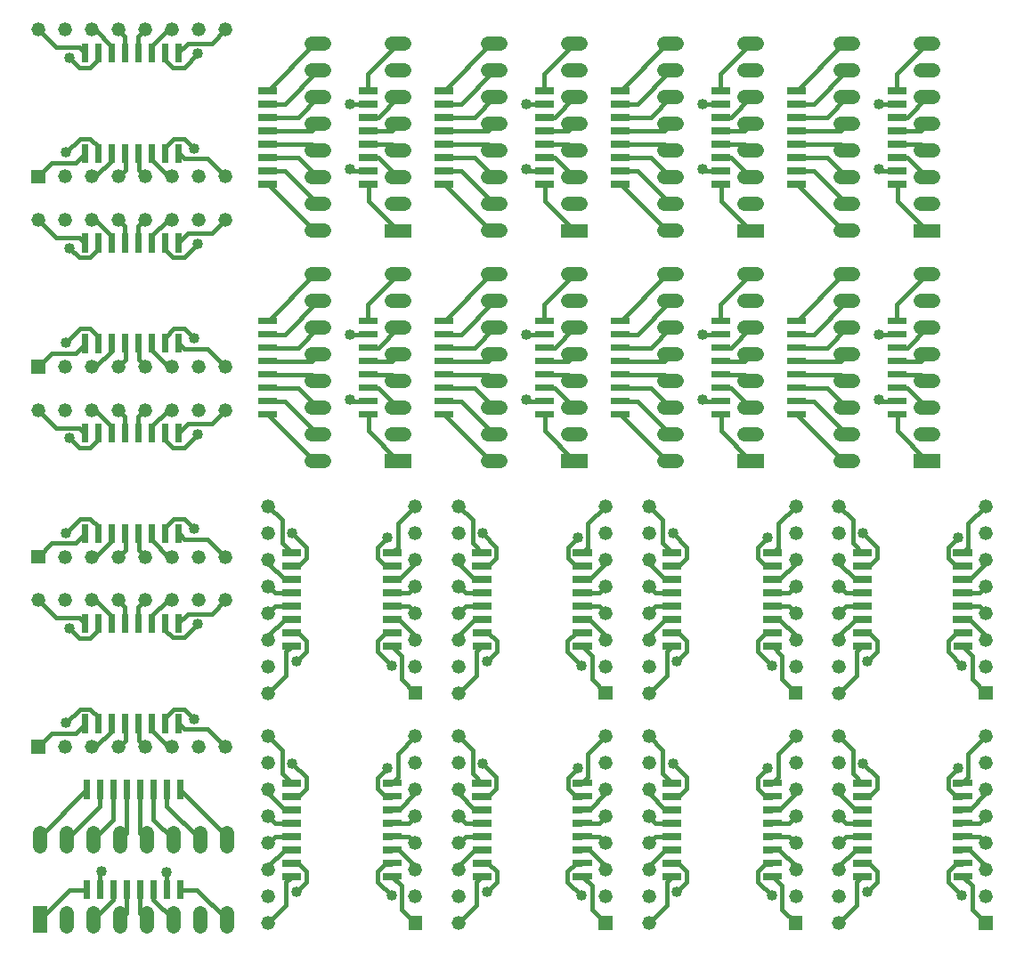
<source format=gtl>
%FSLAX24Y24*%
%MOIN*%
%ADD10C,0.0170*%
%ADD11C,0.0400*%
%ADD12C,0.0520*%
D10*
G01X9403Y21865D02*
X11032Y21865D01*
X11283Y22115D01*
X14033Y21865D02*
X14283Y22115D01*
X13162Y21865D02*
X14033Y21865D01*
X9402Y22365D02*
X10532Y22365D01*
X11283Y23115D01*
X13533Y22365D02*
X14283Y23115D01*
X13162Y22365D02*
X13533Y22365D01*
X9402Y22865D02*
X10032Y22865D01*
X11283Y24115D01*
X13162Y22865D02*
X12495Y22865D01*
X9402Y23365D02*
X11153Y25115D01*
X13162Y23365D02*
X13162Y23995D01*
X14283Y25115D01*
X11153Y25115D02*
X11283Y25115D01*
X11153Y18115D02*
X11283Y18115D01*
X13163Y19235D02*
X14283Y18115D01*
X9403Y19865D02*
X11153Y18115D01*
X13163Y19865D02*
X13163Y19235D01*
X9403Y20365D02*
X10033Y20365D01*
X11283Y19115D01*
X12543Y20365D02*
X12485Y20422D01*
X13162Y20365D02*
X12543Y20365D01*
X9403Y20865D02*
X10533Y20865D01*
X11283Y20115D01*
X13532Y20865D02*
X14283Y20115D01*
X13162Y20865D02*
X13532Y20865D01*
X9403Y21365D02*
X11033Y21365D01*
X11283Y21115D01*
X14032Y21365D02*
X14283Y21115D01*
X13162Y21365D02*
X14032Y21365D01*
X9403Y30485D02*
X11032Y30485D01*
X11283Y30735D01*
X14033Y30485D02*
X14283Y30735D01*
X13162Y30485D02*
X14033Y30485D01*
X9402Y30985D02*
X10532Y30985D01*
X11283Y31735D01*
X13533Y30985D02*
X14283Y31735D01*
X13162Y30985D02*
X13533Y30985D01*
X9402Y31485D02*
X10032Y31485D01*
X11283Y32735D01*
X13162Y31485D02*
X12495Y31485D01*
X9402Y31985D02*
X11153Y33735D01*
X13162Y31985D02*
X13162Y32615D01*
X14283Y33735D01*
X11153Y33735D02*
X11283Y33735D01*
X11153Y26735D02*
X11283Y26735D01*
X13163Y27855D02*
X14283Y26735D01*
X9403Y28485D02*
X11153Y26735D01*
X13163Y28485D02*
X13163Y27855D01*
X9403Y28985D02*
X10033Y28985D01*
X11283Y27735D01*
X12543Y28985D02*
X12485Y29042D01*
X13162Y28985D02*
X12543Y28985D01*
X9403Y29485D02*
X10533Y29485D01*
X11283Y28735D01*
X13532Y29485D02*
X14283Y28735D01*
X13162Y29485D02*
X13532Y29485D01*
X9403Y29985D02*
X11033Y29985D01*
X11283Y29735D01*
X14032Y29985D02*
X14283Y29735D01*
X13162Y29985D02*
X14032Y29985D01*
X4625Y5817D02*
X4625Y4188D01*
X4875Y3937D01*
X4625Y1187D02*
X4875Y937D01*
X4625Y2058D02*
X4625Y1187D01*
X5125Y5818D02*
X5125Y4688D01*
X5875Y3937D01*
X5125Y1687D02*
X5875Y937D01*
X5125Y2058D02*
X5125Y1687D01*
X5625Y5818D02*
X5625Y5188D01*
X6875Y3937D01*
X5625Y2058D02*
X5625Y2725D01*
X6125Y5818D02*
X7875Y4067D01*
X6125Y2058D02*
X6755Y2058D01*
X7875Y937D01*
X7875Y4067D02*
X7875Y3937D01*
X875Y4067D02*
X875Y3937D01*
X1995Y2057D02*
X875Y937D01*
X2625Y5817D02*
X875Y4067D01*
X2625Y2057D02*
X1995Y2057D01*
X3125Y5817D02*
X3125Y5187D01*
X1875Y3937D01*
X3125Y2677D02*
X3182Y2735D01*
X3125Y2058D02*
X3125Y2677D01*
X3625Y5817D02*
X3625Y4687D01*
X2875Y3937D01*
X3625Y1688D02*
X2875Y937D01*
X3625Y2058D02*
X3625Y1688D01*
X4125Y5817D02*
X4125Y4187D01*
X3875Y3937D01*
X4125Y1188D02*
X3875Y937D01*
X4125Y2058D02*
X4125Y1188D01*
X22603Y30485D02*
X24232Y30485D01*
X24483Y30735D01*
X27233Y30485D02*
X27483Y30735D01*
X26362Y30485D02*
X27233Y30485D01*
X22602Y30985D02*
X23732Y30985D01*
X24483Y31735D01*
X26733Y30985D02*
X27483Y31735D01*
X26362Y30985D02*
X26733Y30985D01*
X22602Y31485D02*
X23232Y31485D01*
X24483Y32735D01*
X26362Y31485D02*
X25695Y31485D01*
X22602Y31985D02*
X24353Y33735D01*
X26362Y31985D02*
X26362Y32615D01*
X27483Y33735D01*
X24353Y33735D02*
X24483Y33735D01*
X24353Y26735D02*
X24483Y26735D01*
X26363Y27855D02*
X27483Y26735D01*
X22603Y28485D02*
X24353Y26735D01*
X26363Y28485D02*
X26363Y27855D01*
X22603Y28985D02*
X23233Y28985D01*
X24483Y27735D01*
X25743Y28985D02*
X25685Y29042D01*
X26362Y28985D02*
X25743Y28985D01*
X22603Y29485D02*
X23733Y29485D01*
X24483Y28735D01*
X26732Y29485D02*
X27483Y28735D01*
X26362Y29485D02*
X26732Y29485D01*
X22603Y29985D02*
X24233Y29985D01*
X24483Y29735D01*
X27232Y29985D02*
X27483Y29735D01*
X26362Y29985D02*
X27232Y29985D01*
X16003Y21865D02*
X17632Y21865D01*
X17883Y22115D01*
X20633Y21865D02*
X20883Y22115D01*
X19762Y21865D02*
X20633Y21865D01*
X16002Y22365D02*
X17132Y22365D01*
X17883Y23115D01*
X20133Y22365D02*
X20883Y23115D01*
X19762Y22365D02*
X20133Y22365D01*
X16002Y22865D02*
X16632Y22865D01*
X17883Y24115D01*
X19762Y22865D02*
X19095Y22865D01*
X16002Y23365D02*
X17753Y25115D01*
X19762Y23365D02*
X19762Y23995D01*
X20883Y25115D01*
X17753Y25115D02*
X17883Y25115D01*
X17753Y18115D02*
X17883Y18115D01*
X19763Y19235D02*
X20883Y18115D01*
X16003Y19865D02*
X17753Y18115D01*
X19763Y19865D02*
X19763Y19235D01*
X16003Y20365D02*
X16633Y20365D01*
X17883Y19115D01*
X19143Y20365D02*
X19085Y20422D01*
X19762Y20365D02*
X19143Y20365D01*
X16003Y20865D02*
X17133Y20865D01*
X17883Y20115D01*
X20132Y20865D02*
X20883Y20115D01*
X19762Y20865D02*
X20132Y20865D01*
X16003Y21365D02*
X17633Y21365D01*
X17883Y21115D01*
X20632Y21365D02*
X20883Y21115D01*
X19762Y21365D02*
X20632Y21365D01*
X22603Y21865D02*
X24232Y21865D01*
X24483Y22115D01*
X27233Y21865D02*
X27483Y22115D01*
X26362Y21865D02*
X27233Y21865D01*
X22602Y22365D02*
X23732Y22365D01*
X24483Y23115D01*
X26733Y22365D02*
X27483Y23115D01*
X26362Y22365D02*
X26733Y22365D01*
X22602Y22865D02*
X23232Y22865D01*
X24483Y24115D01*
X26362Y22865D02*
X25695Y22865D01*
X22602Y23365D02*
X24353Y25115D01*
X26362Y23365D02*
X26362Y23995D01*
X27483Y25115D01*
X24353Y25115D02*
X24483Y25115D01*
X24353Y18115D02*
X24483Y18115D01*
X26363Y19235D02*
X27483Y18115D01*
X22603Y19865D02*
X24353Y18115D01*
X26363Y19865D02*
X26363Y19235D01*
X22603Y20365D02*
X23233Y20365D01*
X24483Y19115D01*
X25743Y20365D02*
X25685Y20422D01*
X26362Y20365D02*
X25743Y20365D01*
X22603Y20865D02*
X23733Y20865D01*
X24483Y20115D01*
X26732Y20865D02*
X27483Y20115D01*
X26362Y20865D02*
X26732Y20865D01*
X22603Y21365D02*
X24233Y21365D01*
X24483Y21115D01*
X27232Y21365D02*
X27483Y21115D01*
X26362Y21365D02*
X27232Y21365D01*
X16003Y30485D02*
X17632Y30485D01*
X17883Y30735D01*
X20633Y30485D02*
X20883Y30735D01*
X19762Y30485D02*
X20633Y30485D01*
X16002Y30985D02*
X17132Y30985D01*
X17883Y31735D01*
X20133Y30985D02*
X20883Y31735D01*
X19762Y30985D02*
X20133Y30985D01*
X16002Y31485D02*
X16632Y31485D01*
X17883Y32735D01*
X19762Y31485D02*
X19095Y31485D01*
X16002Y31985D02*
X17753Y33735D01*
X19762Y31985D02*
X19762Y32615D01*
X20883Y33735D01*
X17753Y33735D02*
X17883Y33735D01*
X17753Y26735D02*
X17883Y26735D01*
X19763Y27855D02*
X20883Y26735D01*
X16003Y28485D02*
X17753Y26735D01*
X19763Y28485D02*
X19763Y27855D01*
X16003Y28985D02*
X16633Y28985D01*
X17883Y27735D01*
X19143Y28985D02*
X19085Y29042D01*
X19762Y28985D02*
X19143Y28985D01*
X16003Y29485D02*
X17133Y29485D01*
X17883Y28735D01*
X20132Y29485D02*
X20883Y28735D01*
X19762Y29485D02*
X20132Y29485D01*
X16003Y29985D02*
X17633Y29985D01*
X17883Y29735D01*
X20632Y29985D02*
X20883Y29735D01*
X19762Y29985D02*
X20632Y29985D01*
X29203Y30485D02*
X30832Y30485D01*
X31083Y30735D01*
X33833Y30485D02*
X34083Y30735D01*
X32962Y30485D02*
X33833Y30485D01*
X29202Y30985D02*
X30332Y30985D01*
X31083Y31735D01*
X33333Y30985D02*
X34083Y31735D01*
X32962Y30985D02*
X33333Y30985D01*
X29202Y31485D02*
X29832Y31485D01*
X31083Y32735D01*
X32962Y31485D02*
X32295Y31485D01*
X29202Y31985D02*
X30953Y33735D01*
X32962Y31985D02*
X32962Y32615D01*
X34083Y33735D01*
X30953Y33735D02*
X31083Y33735D01*
X30953Y26735D02*
X31083Y26735D01*
X32963Y27855D02*
X34083Y26735D01*
X29203Y28485D02*
X30953Y26735D01*
X32963Y28485D02*
X32963Y27855D01*
X29203Y28985D02*
X29833Y28985D01*
X31083Y27735D01*
X32343Y28985D02*
X32285Y29042D01*
X32962Y28985D02*
X32343Y28985D01*
X29203Y29485D02*
X30333Y29485D01*
X31083Y28735D01*
X33332Y29485D02*
X34083Y28735D01*
X32962Y29485D02*
X33332Y29485D01*
X29203Y29985D02*
X30833Y29985D01*
X31083Y29735D01*
X33832Y29985D02*
X34083Y29735D01*
X32962Y29985D02*
X33832Y29985D01*
X29203Y21865D02*
X30832Y21865D01*
X31083Y22115D01*
X33833Y21865D02*
X34083Y22115D01*
X32962Y21865D02*
X33833Y21865D01*
X29202Y22365D02*
X30332Y22365D01*
X31083Y23115D01*
X33333Y22365D02*
X34083Y23115D01*
X32962Y22365D02*
X33333Y22365D01*
X29202Y22865D02*
X29832Y22865D01*
X31083Y24115D01*
X32962Y22865D02*
X32295Y22865D01*
X29202Y23365D02*
X30953Y25115D01*
X32962Y23365D02*
X32962Y23995D01*
X34083Y25115D01*
X30953Y25115D02*
X31083Y25115D01*
X30953Y18115D02*
X31083Y18115D01*
X32963Y19235D02*
X34083Y18115D01*
X29203Y19865D02*
X30953Y18115D01*
X32963Y19865D02*
X32963Y19235D01*
X29203Y20365D02*
X29833Y20365D01*
X31083Y19115D01*
X32343Y20365D02*
X32285Y20422D01*
X32962Y20365D02*
X32343Y20365D01*
X29203Y20865D02*
X30333Y20865D01*
X31083Y20115D01*
X33332Y20865D02*
X34083Y20115D01*
X32962Y20865D02*
X33332Y20865D01*
X29203Y21365D02*
X30833Y21365D01*
X31083Y21115D01*
X33832Y21365D02*
X34083Y21115D01*
X32962Y21365D02*
X33832Y21365D01*
X4562Y34022D02*
X4812Y34273D01*
X4562Y33402D02*
X4562Y34022D01*
X4563Y29022D02*
X4812Y28773D01*
X4563Y29643D02*
X4563Y29022D01*
X5062Y33663D02*
X5672Y34273D01*
X5062Y33403D02*
X5062Y33663D01*
X5063Y29382D02*
X5672Y28773D01*
X5063Y29643D02*
X5063Y29382D01*
X5562Y33159D02*
X5858Y32863D01*
X5562Y33403D02*
X5562Y33159D01*
X5563Y29887D02*
X5865Y30189D01*
X5563Y29643D02*
X5563Y29887D01*
X5672Y34273D02*
X5812Y34273D01*
X5672Y28773D02*
X5812Y28773D01*
X5858Y32863D02*
X6273Y32863D01*
X5865Y30189D02*
X6266Y30189D01*
X6063Y29643D02*
X6268Y29437D01*
X6266Y30189D02*
X6633Y29822D01*
X6268Y29437D02*
X7148Y29437D01*
X6273Y32863D02*
X6782Y33372D01*
X6417Y33757D02*
X6062Y33403D01*
X7148Y29437D02*
X7812Y28773D01*
X7297Y33757D02*
X6417Y33757D01*
X7812Y34273D02*
X7297Y33757D01*
X812Y28773D02*
X1323Y29283D01*
X2204Y29283D01*
X1480Y33605D02*
X812Y34273D01*
X2204Y29283D02*
X2563Y29642D01*
X2354Y32856D02*
X1990Y33220D01*
X2359Y33605D02*
X1480Y33605D01*
X2365Y30194D02*
X1840Y29668D01*
X2562Y33402D02*
X2359Y33605D01*
X2755Y30194D02*
X2365Y30194D01*
X2760Y32856D02*
X2354Y32856D01*
X2953Y34273D02*
X2812Y34273D01*
X2953Y28773D02*
X2812Y28773D01*
X3062Y33158D02*
X2760Y32856D01*
X3062Y33402D02*
X3062Y33158D01*
X3063Y29886D02*
X2755Y30194D01*
X3063Y29642D02*
X3063Y29886D01*
X3562Y33663D02*
X2953Y34273D01*
X3562Y33402D02*
X3562Y33663D01*
X3563Y29382D02*
X2953Y28773D01*
X3563Y29643D02*
X3563Y29382D01*
X4062Y34023D02*
X3812Y34273D01*
X4062Y33402D02*
X4062Y34023D01*
X4063Y29023D02*
X3812Y28773D01*
X4063Y29643D02*
X4063Y29023D01*
X9678Y4562D02*
X9427Y4812D01*
X10298Y4562D02*
X9678Y4562D01*
X14678Y4563D02*
X14927Y4812D01*
X14057Y4563D02*
X14678Y4563D01*
X10037Y5062D02*
X9427Y5672D01*
X10297Y5062D02*
X10037Y5062D01*
X14318Y5063D02*
X14927Y5672D01*
X14057Y5063D02*
X14318Y5063D01*
X10541Y5562D02*
X10837Y5858D01*
X10297Y5562D02*
X10541Y5562D01*
X13813Y5563D02*
X13511Y5865D01*
X14057Y5563D02*
X13813Y5563D01*
X9427Y5672D02*
X9427Y5812D01*
X14927Y5672D02*
X14927Y5812D01*
X10837Y5858D02*
X10837Y6273D01*
X13511Y5865D02*
X13511Y6266D01*
X14057Y6063D02*
X14263Y6268D01*
X13511Y6266D02*
X13878Y6633D01*
X14263Y6268D02*
X14263Y7148D01*
X10837Y6273D02*
X10328Y6782D01*
X9943Y6417D02*
X10297Y6062D01*
X14263Y7148D02*
X14927Y7812D01*
X9943Y7297D02*
X9943Y6417D01*
X9427Y7812D02*
X9943Y7297D01*
X14927Y812D02*
X14417Y1323D01*
X14417Y2204D01*
X10095Y1480D02*
X9427Y812D01*
X14417Y2204D02*
X14058Y2563D01*
X10844Y2354D02*
X10480Y1990D01*
X10095Y2359D02*
X10095Y1480D01*
X13506Y2365D02*
X14032Y1840D01*
X10298Y2562D02*
X10095Y2359D01*
X13506Y2755D02*
X13506Y2365D01*
X10844Y2760D02*
X10844Y2354D01*
X9427Y2953D02*
X9427Y2812D01*
X14927Y2953D02*
X14927Y2812D01*
X10542Y3062D02*
X10844Y2760D01*
X10298Y3062D02*
X10542Y3062D01*
X13814Y3063D02*
X13506Y2755D01*
X14058Y3063D02*
X13814Y3063D01*
X10037Y3562D02*
X9427Y2953D01*
X10298Y3562D02*
X10037Y3562D01*
X14318Y3563D02*
X14927Y2953D01*
X14057Y3563D02*
X14318Y3563D01*
X9677Y4062D02*
X9427Y3812D01*
X10298Y4062D02*
X9677Y4062D01*
X14677Y4063D02*
X14927Y3812D01*
X14057Y4063D02*
X14677Y4063D01*
X16798Y4562D02*
X16547Y4812D01*
X17418Y4562D02*
X16798Y4562D01*
X21798Y4563D02*
X22047Y4812D01*
X21177Y4563D02*
X21798Y4563D01*
X17157Y5062D02*
X16547Y5672D01*
X17417Y5062D02*
X17157Y5062D01*
X21438Y5063D02*
X22047Y5672D01*
X21177Y5063D02*
X21438Y5063D01*
X17661Y5562D02*
X17957Y5858D01*
X17417Y5562D02*
X17661Y5562D01*
X20933Y5563D02*
X20631Y5865D01*
X21177Y5563D02*
X20933Y5563D01*
X16547Y5672D02*
X16547Y5812D01*
X22047Y5672D02*
X22047Y5812D01*
X17957Y5858D02*
X17957Y6273D01*
X20631Y5865D02*
X20631Y6266D01*
X21177Y6063D02*
X21383Y6268D01*
X20631Y6266D02*
X20998Y6633D01*
X21383Y6268D02*
X21383Y7148D01*
X17957Y6273D02*
X17448Y6782D01*
X17063Y6417D02*
X17417Y6062D01*
X21383Y7148D02*
X22047Y7812D01*
X17063Y7297D02*
X17063Y6417D01*
X16547Y7812D02*
X17063Y7297D01*
X22047Y812D02*
X21537Y1323D01*
X21537Y2204D01*
X17215Y1480D02*
X16547Y812D01*
X21537Y2204D02*
X21178Y2563D01*
X17964Y2354D02*
X17600Y1990D01*
X17215Y2359D02*
X17215Y1480D01*
X20626Y2365D02*
X21152Y1840D01*
X17418Y2562D02*
X17215Y2359D01*
X20626Y2755D02*
X20626Y2365D01*
X17964Y2760D02*
X17964Y2354D01*
X16547Y2953D02*
X16547Y2812D01*
X22047Y2953D02*
X22047Y2812D01*
X17662Y3062D02*
X17964Y2760D01*
X17418Y3062D02*
X17662Y3062D01*
X20934Y3063D02*
X20626Y2755D01*
X21178Y3063D02*
X20934Y3063D01*
X17157Y3562D02*
X16547Y2953D01*
X17418Y3562D02*
X17157Y3562D01*
X21438Y3563D02*
X22047Y2953D01*
X21177Y3563D02*
X21438Y3563D01*
X16797Y4062D02*
X16547Y3812D01*
X17418Y4062D02*
X16797Y4062D01*
X21797Y4063D02*
X22047Y3812D01*
X21177Y4063D02*
X21797Y4063D01*
X31038Y4562D02*
X30787Y4812D01*
X31658Y4562D02*
X31038Y4562D01*
X36038Y4563D02*
X36287Y4812D01*
X35417Y4563D02*
X36038Y4563D01*
X31397Y5062D02*
X30787Y5672D01*
X31657Y5062D02*
X31397Y5062D01*
X35678Y5063D02*
X36287Y5672D01*
X35417Y5063D02*
X35678Y5063D01*
X31901Y5562D02*
X32197Y5858D01*
X31657Y5562D02*
X31901Y5562D01*
X35173Y5563D02*
X34871Y5865D01*
X35417Y5563D02*
X35173Y5563D01*
X30787Y5672D02*
X30787Y5812D01*
X36287Y5672D02*
X36287Y5812D01*
X32197Y5858D02*
X32197Y6273D01*
X34871Y5865D02*
X34871Y6266D01*
X35417Y6063D02*
X35623Y6268D01*
X34871Y6266D02*
X35238Y6633D01*
X35623Y6268D02*
X35623Y7148D01*
X32197Y6273D02*
X31688Y6782D01*
X31303Y6417D02*
X31657Y6062D01*
X35623Y7148D02*
X36287Y7812D01*
X31303Y7297D02*
X31303Y6417D01*
X30787Y7812D02*
X31303Y7297D01*
X36287Y812D02*
X35777Y1323D01*
X35777Y2204D01*
X31455Y1480D02*
X30787Y812D01*
X35777Y2204D02*
X35418Y2563D01*
X32204Y2354D02*
X31840Y1990D01*
X31455Y2359D02*
X31455Y1480D01*
X34866Y2365D02*
X35392Y1840D01*
X31658Y2562D02*
X31455Y2359D01*
X34866Y2755D02*
X34866Y2365D01*
X32204Y2760D02*
X32204Y2354D01*
X30787Y2953D02*
X30787Y2812D01*
X36287Y2953D02*
X36287Y2812D01*
X31902Y3062D02*
X32204Y2760D01*
X31658Y3062D02*
X31902Y3062D01*
X35174Y3063D02*
X34866Y2755D01*
X35418Y3063D02*
X35174Y3063D01*
X31397Y3562D02*
X30787Y2953D01*
X31658Y3562D02*
X31397Y3562D01*
X35678Y3563D02*
X36287Y2953D01*
X35417Y3563D02*
X35678Y3563D01*
X31037Y4062D02*
X30787Y3812D01*
X31658Y4062D02*
X31037Y4062D01*
X36037Y4063D02*
X36287Y3812D01*
X35417Y4063D02*
X36037Y4063D01*
X23918Y4562D02*
X23667Y4812D01*
X24538Y4562D02*
X23918Y4562D01*
X28918Y4563D02*
X29167Y4812D01*
X28297Y4563D02*
X28918Y4563D01*
X24277Y5062D02*
X23667Y5672D01*
X24537Y5062D02*
X24277Y5062D01*
X28558Y5063D02*
X29167Y5672D01*
X28297Y5063D02*
X28558Y5063D01*
X24781Y5562D02*
X25077Y5858D01*
X24537Y5562D02*
X24781Y5562D01*
X28053Y5563D02*
X27751Y5865D01*
X28297Y5563D02*
X28053Y5563D01*
X23667Y5672D02*
X23667Y5812D01*
X29167Y5672D02*
X29167Y5812D01*
X25077Y5858D02*
X25077Y6273D01*
X27751Y5865D02*
X27751Y6266D01*
X28297Y6063D02*
X28503Y6268D01*
X27751Y6266D02*
X28118Y6633D01*
X28503Y6268D02*
X28503Y7148D01*
X25077Y6273D02*
X24568Y6782D01*
X24183Y6417D02*
X24537Y6062D01*
X28503Y7148D02*
X29167Y7812D01*
X24183Y7297D02*
X24183Y6417D01*
X23667Y7812D02*
X24183Y7297D01*
X29167Y812D02*
X28657Y1323D01*
X28657Y2204D01*
X24335Y1480D02*
X23667Y812D01*
X28657Y2204D02*
X28298Y2563D01*
X25084Y2354D02*
X24720Y1990D01*
X24335Y2359D02*
X24335Y1480D01*
X27746Y2365D02*
X28272Y1840D01*
X24538Y2562D02*
X24335Y2359D01*
X27746Y2755D02*
X27746Y2365D01*
X25084Y2760D02*
X25084Y2354D01*
X23667Y2953D02*
X23667Y2812D01*
X29167Y2953D02*
X29167Y2812D01*
X24782Y3062D02*
X25084Y2760D01*
X24538Y3062D02*
X24782Y3062D01*
X28054Y3063D02*
X27746Y2755D01*
X28298Y3063D02*
X28054Y3063D01*
X24277Y3562D02*
X23667Y2953D01*
X24538Y3562D02*
X24277Y3562D01*
X28558Y3563D02*
X29167Y2953D01*
X28297Y3563D02*
X28558Y3563D01*
X23917Y4062D02*
X23667Y3812D01*
X24538Y4062D02*
X23917Y4062D01*
X28917Y4063D02*
X29167Y3812D01*
X28297Y4063D02*
X28917Y4063D01*
X9678Y13182D02*
X9427Y13432D01*
X10298Y13182D02*
X9678Y13182D01*
X14678Y13183D02*
X14927Y13432D01*
X14057Y13183D02*
X14678Y13183D01*
X10037Y13682D02*
X9427Y14292D01*
X10297Y13682D02*
X10037Y13682D01*
X14318Y13683D02*
X14927Y14292D01*
X14057Y13683D02*
X14318Y13683D01*
X10541Y14182D02*
X10837Y14478D01*
X10297Y14182D02*
X10541Y14182D01*
X13813Y14183D02*
X13511Y14485D01*
X14057Y14183D02*
X13813Y14183D01*
X9427Y14292D02*
X9427Y14432D01*
X14927Y14292D02*
X14927Y14432D01*
X10837Y14478D02*
X10837Y14893D01*
X13511Y14485D02*
X13511Y14886D01*
X14057Y14683D02*
X14263Y14888D01*
X13511Y14886D02*
X13878Y15253D01*
X14263Y14888D02*
X14263Y15768D01*
X10837Y14893D02*
X10328Y15402D01*
X9943Y15037D02*
X10297Y14682D01*
X14263Y15768D02*
X14927Y16432D01*
X9943Y15917D02*
X9943Y15037D01*
X9427Y16432D02*
X9943Y15917D01*
X14927Y9432D02*
X14417Y9943D01*
X14417Y10824D01*
X10095Y10100D02*
X9427Y9432D01*
X14417Y10824D02*
X14058Y11183D01*
X10844Y10974D02*
X10480Y10610D01*
X10095Y10979D02*
X10095Y10100D01*
X13506Y10985D02*
X14032Y10460D01*
X10298Y11182D02*
X10095Y10979D01*
X13506Y11375D02*
X13506Y10985D01*
X10844Y11380D02*
X10844Y10974D01*
X9427Y11573D02*
X9427Y11432D01*
X14927Y11573D02*
X14927Y11432D01*
X10542Y11682D02*
X10844Y11380D01*
X10298Y11682D02*
X10542Y11682D01*
X13814Y11683D02*
X13506Y11375D01*
X14058Y11683D02*
X13814Y11683D01*
X10037Y12182D02*
X9427Y11573D01*
X10298Y12182D02*
X10037Y12182D01*
X14318Y12183D02*
X14927Y11573D01*
X14057Y12183D02*
X14318Y12183D01*
X9677Y12682D02*
X9427Y12432D01*
X10298Y12682D02*
X9677Y12682D01*
X14677Y12683D02*
X14927Y12432D01*
X14057Y12683D02*
X14677Y12683D01*
X16798Y13182D02*
X16547Y13432D01*
X17418Y13182D02*
X16798Y13182D01*
X21798Y13183D02*
X22047Y13432D01*
X21177Y13183D02*
X21798Y13183D01*
X17157Y13682D02*
X16547Y14292D01*
X17417Y13682D02*
X17157Y13682D01*
X21438Y13683D02*
X22047Y14292D01*
X21177Y13683D02*
X21438Y13683D01*
X17661Y14182D02*
X17957Y14478D01*
X17417Y14182D02*
X17661Y14182D01*
X20933Y14183D02*
X20631Y14485D01*
X21177Y14183D02*
X20933Y14183D01*
X16547Y14292D02*
X16547Y14432D01*
X22047Y14292D02*
X22047Y14432D01*
X17957Y14478D02*
X17957Y14893D01*
X20631Y14485D02*
X20631Y14886D01*
X21177Y14683D02*
X21383Y14888D01*
X20631Y14886D02*
X20998Y15253D01*
X21383Y14888D02*
X21383Y15768D01*
X17957Y14893D02*
X17448Y15402D01*
X17063Y15037D02*
X17417Y14682D01*
X21383Y15768D02*
X22047Y16432D01*
X17063Y15917D02*
X17063Y15037D01*
X16547Y16432D02*
X17063Y15917D01*
X22047Y9432D02*
X21537Y9943D01*
X21537Y10824D01*
X17215Y10100D02*
X16547Y9432D01*
X21537Y10824D02*
X21178Y11183D01*
X17964Y10974D02*
X17600Y10610D01*
X17215Y10979D02*
X17215Y10100D01*
X20626Y10985D02*
X21152Y10460D01*
X17418Y11182D02*
X17215Y10979D01*
X20626Y11375D02*
X20626Y10985D01*
X17964Y11380D02*
X17964Y10974D01*
X16547Y11573D02*
X16547Y11432D01*
X22047Y11573D02*
X22047Y11432D01*
X17662Y11682D02*
X17964Y11380D01*
X17418Y11682D02*
X17662Y11682D01*
X20934Y11683D02*
X20626Y11375D01*
X21178Y11683D02*
X20934Y11683D01*
X17157Y12182D02*
X16547Y11573D01*
X17418Y12182D02*
X17157Y12182D01*
X21438Y12183D02*
X22047Y11573D01*
X21177Y12183D02*
X21438Y12183D01*
X16797Y12682D02*
X16547Y12432D01*
X17418Y12682D02*
X16797Y12682D01*
X21797Y12683D02*
X22047Y12432D01*
X21177Y12683D02*
X21797Y12683D01*
X23918Y13182D02*
X23667Y13432D01*
X24538Y13182D02*
X23918Y13182D01*
X28918Y13183D02*
X29167Y13432D01*
X28297Y13183D02*
X28918Y13183D01*
X24277Y13682D02*
X23667Y14292D01*
X24537Y13682D02*
X24277Y13682D01*
X28558Y13683D02*
X29167Y14292D01*
X28297Y13683D02*
X28558Y13683D01*
X24781Y14182D02*
X25077Y14478D01*
X24537Y14182D02*
X24781Y14182D01*
X28053Y14183D02*
X27751Y14485D01*
X28297Y14183D02*
X28053Y14183D01*
X23667Y14292D02*
X23667Y14432D01*
X29167Y14292D02*
X29167Y14432D01*
X25077Y14478D02*
X25077Y14893D01*
X27751Y14485D02*
X27751Y14886D01*
X28297Y14683D02*
X28503Y14888D01*
X27751Y14886D02*
X28118Y15253D01*
X28503Y14888D02*
X28503Y15768D01*
X25077Y14893D02*
X24568Y15402D01*
X24183Y15037D02*
X24537Y14682D01*
X28503Y15768D02*
X29167Y16432D01*
X24183Y15917D02*
X24183Y15037D01*
X23667Y16432D02*
X24183Y15917D01*
X29167Y9432D02*
X28657Y9943D01*
X28657Y10824D01*
X24335Y10100D02*
X23667Y9432D01*
X28657Y10824D02*
X28298Y11183D01*
X25084Y10974D02*
X24720Y10610D01*
X24335Y10979D02*
X24335Y10100D01*
X27746Y10985D02*
X28272Y10460D01*
X24538Y11182D02*
X24335Y10979D01*
X27746Y11375D02*
X27746Y10985D01*
X25084Y11380D02*
X25084Y10974D01*
X23667Y11573D02*
X23667Y11432D01*
X29167Y11573D02*
X29167Y11432D01*
X24782Y11682D02*
X25084Y11380D01*
X24538Y11682D02*
X24782Y11682D01*
X28054Y11683D02*
X27746Y11375D01*
X28298Y11683D02*
X28054Y11683D01*
X24277Y12182D02*
X23667Y11573D01*
X24538Y12182D02*
X24277Y12182D01*
X28558Y12183D02*
X29167Y11573D01*
X28297Y12183D02*
X28558Y12183D01*
X23917Y12682D02*
X23667Y12432D01*
X24538Y12682D02*
X23917Y12682D01*
X28917Y12683D02*
X29167Y12432D01*
X28297Y12683D02*
X28917Y12683D01*
X4562Y26902D02*
X4812Y27153D01*
X4562Y26282D02*
X4562Y26902D01*
X4563Y21902D02*
X4812Y21653D01*
X4563Y22523D02*
X4563Y21902D01*
X5062Y26543D02*
X5672Y27153D01*
X5062Y26283D02*
X5062Y26543D01*
X5063Y22262D02*
X5672Y21653D01*
X5063Y22523D02*
X5063Y22262D01*
X5562Y26039D02*
X5858Y25743D01*
X5562Y26283D02*
X5562Y26039D01*
X5563Y22767D02*
X5865Y23069D01*
X5563Y22523D02*
X5563Y22767D01*
X5672Y27153D02*
X5812Y27153D01*
X5672Y21653D02*
X5812Y21653D01*
X5858Y25743D02*
X6273Y25743D01*
X5865Y23069D02*
X6266Y23069D01*
X6063Y22523D02*
X6268Y22317D01*
X6266Y23069D02*
X6633Y22702D01*
X6268Y22317D02*
X7148Y22317D01*
X6273Y25743D02*
X6782Y26252D01*
X6417Y26637D02*
X6062Y26283D01*
X7148Y22317D02*
X7812Y21653D01*
X7297Y26637D02*
X6417Y26637D01*
X7812Y27153D02*
X7297Y26637D01*
X812Y21653D02*
X1323Y22163D01*
X2204Y22163D01*
X1480Y26485D02*
X812Y27153D01*
X2204Y22163D02*
X2563Y22522D01*
X2354Y25736D02*
X1990Y26100D01*
X2359Y26485D02*
X1480Y26485D01*
X2365Y23074D02*
X1840Y22548D01*
X2562Y26282D02*
X2359Y26485D01*
X2755Y23074D02*
X2365Y23074D01*
X2760Y25736D02*
X2354Y25736D01*
X2953Y27153D02*
X2812Y27153D01*
X2953Y21653D02*
X2812Y21653D01*
X3062Y26038D02*
X2760Y25736D01*
X3062Y26282D02*
X3062Y26038D01*
X3063Y22766D02*
X2755Y23074D01*
X3063Y22522D02*
X3063Y22766D01*
X3562Y26543D02*
X2953Y27153D01*
X3562Y26282D02*
X3562Y26543D01*
X3563Y22262D02*
X2953Y21653D01*
X3563Y22523D02*
X3563Y22262D01*
X4062Y26903D02*
X3812Y27153D01*
X4062Y26282D02*
X4062Y26903D01*
X4063Y21903D02*
X3812Y21653D01*
X4063Y22523D02*
X4063Y21903D01*
X4562Y19782D02*
X4812Y20033D01*
X4562Y19162D02*
X4562Y19782D01*
X4563Y14782D02*
X4812Y14533D01*
X4563Y15403D02*
X4563Y14782D01*
X5062Y19423D02*
X5672Y20033D01*
X5062Y19163D02*
X5062Y19423D01*
X5063Y15142D02*
X5672Y14533D01*
X5063Y15403D02*
X5063Y15142D01*
X5562Y18919D02*
X5858Y18623D01*
X5562Y19163D02*
X5562Y18919D01*
X5563Y15647D02*
X5865Y15949D01*
X5563Y15403D02*
X5563Y15647D01*
X5672Y20033D02*
X5812Y20033D01*
X5672Y14533D02*
X5812Y14533D01*
X5858Y18623D02*
X6273Y18623D01*
X5865Y15949D02*
X6266Y15949D01*
X6063Y15403D02*
X6268Y15197D01*
X6266Y15949D02*
X6633Y15582D01*
X6268Y15197D02*
X7148Y15197D01*
X6273Y18623D02*
X6782Y19132D01*
X6417Y19517D02*
X6062Y19163D01*
X7148Y15197D02*
X7812Y14533D01*
X7297Y19517D02*
X6417Y19517D01*
X7812Y20033D02*
X7297Y19517D01*
X812Y14533D02*
X1323Y15043D01*
X2204Y15043D01*
X1480Y19365D02*
X812Y20033D01*
X2204Y15043D02*
X2563Y15402D01*
X2354Y18616D02*
X1990Y18980D01*
X2359Y19365D02*
X1480Y19365D01*
X2365Y15954D02*
X1840Y15428D01*
X2562Y19162D02*
X2359Y19365D01*
X2755Y15954D02*
X2365Y15954D01*
X2760Y18616D02*
X2354Y18616D01*
X2953Y20033D02*
X2812Y20033D01*
X2953Y14533D02*
X2812Y14533D01*
X3062Y18918D02*
X2760Y18616D01*
X3062Y19162D02*
X3062Y18918D01*
X3063Y15646D02*
X2755Y15954D01*
X3063Y15402D02*
X3063Y15646D01*
X3562Y19423D02*
X2953Y20033D01*
X3562Y19162D02*
X3562Y19423D01*
X3563Y15142D02*
X2953Y14533D01*
X3563Y15403D02*
X3563Y15142D01*
X4062Y19783D02*
X3812Y20033D01*
X4062Y19162D02*
X4062Y19783D01*
X4063Y14783D02*
X3812Y14533D01*
X4063Y15403D02*
X4063Y14783D01*
X4562Y12662D02*
X4812Y12913D01*
X4562Y12042D02*
X4562Y12662D01*
X4563Y7662D02*
X4812Y7413D01*
X4563Y8283D02*
X4563Y7662D01*
X5062Y12303D02*
X5672Y12913D01*
X5062Y12043D02*
X5062Y12303D01*
X5063Y8022D02*
X5672Y7413D01*
X5063Y8283D02*
X5063Y8022D01*
X5562Y11799D02*
X5858Y11503D01*
X5562Y12043D02*
X5562Y11799D01*
X5563Y8527D02*
X5865Y8829D01*
X5563Y8283D02*
X5563Y8527D01*
X5672Y12913D02*
X5812Y12913D01*
X5672Y7413D02*
X5812Y7413D01*
X5858Y11503D02*
X6273Y11503D01*
X5865Y8829D02*
X6266Y8829D01*
X6063Y8283D02*
X6268Y8077D01*
X6266Y8829D02*
X6633Y8462D01*
X6268Y8077D02*
X7148Y8077D01*
X6273Y11503D02*
X6782Y12012D01*
X6417Y12397D02*
X6062Y12043D01*
X7148Y8077D02*
X7812Y7413D01*
X7297Y12397D02*
X6417Y12397D01*
X7812Y12913D02*
X7297Y12397D01*
X812Y7413D02*
X1323Y7923D01*
X2204Y7923D01*
X1480Y12245D02*
X812Y12913D01*
X2204Y7923D02*
X2563Y8282D01*
X2354Y11496D02*
X1990Y11860D01*
X2359Y12245D02*
X1480Y12245D01*
X2365Y8834D02*
X1840Y8308D01*
X2562Y12042D02*
X2359Y12245D01*
X2755Y8834D02*
X2365Y8834D01*
X2760Y11496D02*
X2354Y11496D01*
X2953Y12913D02*
X2812Y12913D01*
X2953Y7413D02*
X2812Y7413D01*
X3062Y11798D02*
X2760Y11496D01*
X3062Y12042D02*
X3062Y11798D01*
X3063Y8526D02*
X2755Y8834D01*
X3063Y8282D02*
X3063Y8526D01*
X3562Y12303D02*
X2953Y12913D01*
X3562Y12042D02*
X3562Y12303D01*
X3563Y8022D02*
X2953Y7413D01*
X3563Y8283D02*
X3563Y8022D01*
X4062Y12663D02*
X3812Y12913D01*
X4062Y12042D02*
X4062Y12663D01*
X4063Y7663D02*
X3812Y7413D01*
X4063Y8283D02*
X4063Y7663D01*
X31038Y13182D02*
X30787Y13432D01*
X31658Y13182D02*
X31038Y13182D01*
X36038Y13183D02*
X36287Y13432D01*
X35417Y13183D02*
X36038Y13183D01*
X31397Y13682D02*
X30787Y14292D01*
X31657Y13682D02*
X31397Y13682D01*
X35678Y13683D02*
X36287Y14292D01*
X35417Y13683D02*
X35678Y13683D01*
X31901Y14182D02*
X32197Y14478D01*
X31657Y14182D02*
X31901Y14182D01*
X35173Y14183D02*
X34871Y14485D01*
X35417Y14183D02*
X35173Y14183D01*
X30787Y14292D02*
X30787Y14432D01*
X36287Y14292D02*
X36287Y14432D01*
X32197Y14478D02*
X32197Y14893D01*
X34871Y14485D02*
X34871Y14886D01*
X35417Y14683D02*
X35623Y14888D01*
X34871Y14886D02*
X35238Y15253D01*
X35623Y14888D02*
X35623Y15768D01*
X32197Y14893D02*
X31688Y15402D01*
X31303Y15037D02*
X31657Y14682D01*
X35623Y15768D02*
X36287Y16432D01*
X31303Y15917D02*
X31303Y15037D01*
X30787Y16432D02*
X31303Y15917D01*
X36287Y9432D02*
X35777Y9943D01*
X35777Y10824D01*
X31455Y10100D02*
X30787Y9432D01*
X35777Y10824D02*
X35418Y11183D01*
X32204Y10974D02*
X31840Y10610D01*
X31455Y10979D02*
X31455Y10100D01*
X34866Y10985D02*
X35392Y10460D01*
X31658Y11182D02*
X31455Y10979D01*
X34866Y11375D02*
X34866Y10985D01*
X32204Y11380D02*
X32204Y10974D01*
X30787Y11573D02*
X30787Y11432D01*
X36287Y11573D02*
X36287Y11432D01*
X31902Y11682D02*
X32204Y11380D01*
X31658Y11682D02*
X31902Y11682D01*
X35174Y11683D02*
X34866Y11375D01*
X35418Y11683D02*
X35174Y11683D01*
X31397Y12182D02*
X30787Y11573D01*
X31658Y12182D02*
X31397Y12182D01*
X35678Y12183D02*
X36287Y11573D01*
X35417Y12183D02*
X35678Y12183D01*
X31037Y12682D02*
X30787Y12432D01*
X31658Y12682D02*
X31037Y12682D01*
X36037Y12683D02*
X36287Y12432D01*
X35417Y12683D02*
X36037Y12683D01*
D11*
G01X12495Y22865D03*
X12485Y20422D03*
X12495Y31485D03*
X12485Y29042D03*
X5625Y2725D03*
X3182Y2735D03*
X25695Y31485D03*
X25685Y29042D03*
X19095Y22865D03*
X19085Y20422D03*
X25695Y22865D03*
X25685Y20422D03*
X19095Y31485D03*
X19085Y29042D03*
X32295Y31485D03*
X32285Y29042D03*
X32295Y22865D03*
X32285Y20422D03*
X6633Y29822D03*
X6782Y33372D03*
X1840Y29668D03*
X1990Y33220D03*
X13878Y6633D03*
X10328Y6782D03*
X14032Y1840D03*
X10480Y1990D03*
X20998Y6633D03*
X17448Y6782D03*
X21152Y1840D03*
X17600Y1990D03*
X35238Y6633D03*
X31688Y6782D03*
X35392Y1840D03*
X31840Y1990D03*
X28118Y6633D03*
X24568Y6782D03*
X28272Y1840D03*
X24720Y1990D03*
X13878Y15253D03*
X10328Y15402D03*
X14032Y10460D03*
X10480Y10610D03*
X20998Y15253D03*
X17448Y15402D03*
X21152Y10460D03*
X17600Y10610D03*
X28118Y15253D03*
X24568Y15402D03*
X28272Y10460D03*
X24720Y10610D03*
X6633Y22702D03*
X6782Y26252D03*
X1840Y22548D03*
X1990Y26100D03*
X6633Y15582D03*
X6782Y19132D03*
X1840Y15428D03*
X1990Y18980D03*
X6633Y8462D03*
X6782Y12012D03*
X1840Y8308D03*
X1990Y11860D03*
X35238Y15253D03*
X31688Y15402D03*
X35392Y10460D03*
X31840Y10610D03*
D12*
G01X11043Y18115D02*
X11523Y18115D01*
X14043Y20115D02*
X14523Y20115D01*
X14043Y19115D02*
X14523Y19115D01*
X11043Y19115D02*
X11523Y19115D01*
X11043Y25115D02*
X11523Y25115D01*
X11043Y24115D02*
X11523Y24115D01*
X14043Y22115D02*
X14523Y22115D01*
X14043Y24115D02*
X14523Y24115D01*
X14043Y21115D02*
X14523Y21115D01*
X14043Y25115D02*
X14523Y25115D01*
X14043Y23115D02*
X14523Y23115D01*
X11043Y21115D02*
X11523Y21115D01*
X11043Y20115D02*
X11523Y20115D01*
X11043Y23115D02*
X11523Y23115D01*
X11043Y22115D02*
X11523Y22115D01*
X11043Y26735D02*
X11523Y26735D01*
X14043Y28735D02*
X14523Y28735D01*
X14043Y27735D02*
X14523Y27735D01*
X11043Y27735D02*
X11523Y27735D01*
X11043Y33735D02*
X11523Y33735D01*
X11043Y32735D02*
X11523Y32735D01*
X14043Y30735D02*
X14523Y30735D01*
X14043Y32735D02*
X14523Y32735D01*
X14043Y29735D02*
X14523Y29735D01*
X14043Y33735D02*
X14523Y33735D01*
X14043Y31735D02*
X14523Y31735D01*
X11043Y29735D02*
X11523Y29735D01*
X11043Y28735D02*
X11523Y28735D01*
X11043Y31735D02*
X11523Y31735D01*
X11043Y30735D02*
X11523Y30735D01*
X875Y4177D02*
X875Y3697D01*
X2875Y1177D02*
X2875Y697D01*
X1875Y1177D02*
X1875Y697D01*
X1875Y4177D02*
X1875Y3697D01*
X7875Y4177D02*
X7875Y3697D01*
X6875Y4177D02*
X6875Y3697D01*
X4875Y1177D02*
X4875Y697D01*
X6875Y1177D02*
X6875Y697D01*
X3875Y1177D02*
X3875Y697D01*
X7875Y1177D02*
X7875Y697D01*
X5875Y1177D02*
X5875Y697D01*
X3875Y4177D02*
X3875Y3697D01*
X2875Y4177D02*
X2875Y3697D01*
X5875Y4177D02*
X5875Y3697D01*
X4875Y4177D02*
X4875Y3697D01*
X24243Y26735D02*
X24723Y26735D01*
X27243Y28735D02*
X27723Y28735D01*
X27243Y27735D02*
X27723Y27735D01*
X24243Y27735D02*
X24723Y27735D01*
X24243Y33735D02*
X24723Y33735D01*
X24243Y32735D02*
X24723Y32735D01*
X27243Y30735D02*
X27723Y30735D01*
X27243Y32735D02*
X27723Y32735D01*
X27243Y29735D02*
X27723Y29735D01*
X27243Y33735D02*
X27723Y33735D01*
X27243Y31735D02*
X27723Y31735D01*
X24243Y29735D02*
X24723Y29735D01*
X24243Y28735D02*
X24723Y28735D01*
X24243Y31735D02*
X24723Y31735D01*
X24243Y30735D02*
X24723Y30735D01*
X17643Y18115D02*
X18123Y18115D01*
X20643Y20115D02*
X21123Y20115D01*
X20643Y19115D02*
X21123Y19115D01*
X17643Y19115D02*
X18123Y19115D01*
X17643Y25115D02*
X18123Y25115D01*
X17643Y24115D02*
X18123Y24115D01*
X20643Y22115D02*
X21123Y22115D01*
X20643Y24115D02*
X21123Y24115D01*
X20643Y21115D02*
X21123Y21115D01*
X20643Y25115D02*
X21123Y25115D01*
X20643Y23115D02*
X21123Y23115D01*
X17643Y21115D02*
X18123Y21115D01*
X17643Y20115D02*
X18123Y20115D01*
X17643Y23115D02*
X18123Y23115D01*
X17643Y22115D02*
X18123Y22115D01*
X24243Y18115D02*
X24723Y18115D01*
X27243Y20115D02*
X27723Y20115D01*
X27243Y19115D02*
X27723Y19115D01*
X24243Y19115D02*
X24723Y19115D01*
X24243Y25115D02*
X24723Y25115D01*
X24243Y24115D02*
X24723Y24115D01*
X27243Y22115D02*
X27723Y22115D01*
X27243Y24115D02*
X27723Y24115D01*
X27243Y21115D02*
X27723Y21115D01*
X27243Y25115D02*
X27723Y25115D01*
X27243Y23115D02*
X27723Y23115D01*
X24243Y21115D02*
X24723Y21115D01*
X24243Y20115D02*
X24723Y20115D01*
X24243Y23115D02*
X24723Y23115D01*
X24243Y22115D02*
X24723Y22115D01*
X17643Y26735D02*
X18123Y26735D01*
X20643Y28735D02*
X21123Y28735D01*
X20643Y27735D02*
X21123Y27735D01*
X17643Y27735D02*
X18123Y27735D01*
X17643Y33735D02*
X18123Y33735D01*
X17643Y32735D02*
X18123Y32735D01*
X20643Y30735D02*
X21123Y30735D01*
X20643Y32735D02*
X21123Y32735D01*
X20643Y29735D02*
X21123Y29735D01*
X20643Y33735D02*
X21123Y33735D01*
X20643Y31735D02*
X21123Y31735D01*
X17643Y29735D02*
X18123Y29735D01*
X17643Y28735D02*
X18123Y28735D01*
X17643Y31735D02*
X18123Y31735D01*
X17643Y30735D02*
X18123Y30735D01*
X30843Y26735D02*
X31323Y26735D01*
X33843Y28735D02*
X34323Y28735D01*
X33843Y27735D02*
X34323Y27735D01*
X30843Y27735D02*
X31323Y27735D01*
X30843Y33735D02*
X31323Y33735D01*
X30843Y32735D02*
X31323Y32735D01*
X33843Y30735D02*
X34323Y30735D01*
X33843Y32735D02*
X34323Y32735D01*
X33843Y29735D02*
X34323Y29735D01*
X33843Y33735D02*
X34323Y33735D01*
X33843Y31735D02*
X34323Y31735D01*
X30843Y29735D02*
X31323Y29735D01*
X30843Y28735D02*
X31323Y28735D01*
X30843Y31735D02*
X31323Y31735D01*
X30843Y30735D02*
X31323Y30735D01*
X30843Y18115D02*
X31323Y18115D01*
X33843Y20115D02*
X34323Y20115D01*
X33843Y19115D02*
X34323Y19115D01*
X30843Y19115D02*
X31323Y19115D01*
X30843Y25115D02*
X31323Y25115D01*
X30843Y24115D02*
X31323Y24115D01*
X33843Y22115D02*
X34323Y22115D01*
X33843Y24115D02*
X34323Y24115D01*
X33843Y21115D02*
X34323Y21115D01*
X33843Y25115D02*
X34323Y25115D01*
X33843Y23115D02*
X34323Y23115D01*
X30843Y21115D02*
X31323Y21115D01*
X30843Y20115D02*
X31323Y20115D01*
X30843Y23115D02*
X31323Y23115D01*
X30843Y22115D02*
X31323Y22115D01*
X6812Y34273D03*
X1812Y34273D03*
X3812Y34273D03*
X4812Y34273D03*
X812Y34273D03*
X3812Y28773D03*
X1812Y28773D03*
X2812Y34273D03*
X7812Y34273D03*
X4812Y28773D03*
X5812Y34273D03*
X7812Y28773D03*
X2812Y28773D03*
X6812Y28773D03*
X5812Y28773D03*
X9427Y6812D03*
X9427Y1812D03*
X9427Y3812D03*
X9427Y4812D03*
X9427Y812D03*
X14927Y3812D03*
X14927Y1812D03*
X9427Y2812D03*
X9427Y7812D03*
X14927Y4812D03*
X9427Y5812D03*
X14927Y7812D03*
X14927Y2812D03*
X14927Y6812D03*
X14927Y5812D03*
X16547Y6812D03*
X16547Y1812D03*
X16547Y3812D03*
X16547Y4812D03*
X16547Y812D03*
X22047Y3812D03*
X22047Y1812D03*
X16547Y2812D03*
X16547Y7812D03*
X22047Y4812D03*
X16547Y5812D03*
X22047Y7812D03*
X22047Y2812D03*
X22047Y6812D03*
X22047Y5812D03*
X30787Y6812D03*
X30787Y1812D03*
X30787Y3812D03*
X30787Y4812D03*
X30787Y812D03*
X36287Y3812D03*
X36287Y1812D03*
X30787Y2812D03*
X30787Y7812D03*
X36287Y4812D03*
X30787Y5812D03*
X36287Y7812D03*
X36287Y2812D03*
X36287Y6812D03*
X36287Y5812D03*
X23667Y6812D03*
X23667Y1812D03*
X23667Y3812D03*
X23667Y4812D03*
X23667Y812D03*
X29167Y3812D03*
X29167Y1812D03*
X23667Y2812D03*
X23667Y7812D03*
X29167Y4812D03*
X23667Y5812D03*
X29167Y7812D03*
X29167Y2812D03*
X29167Y6812D03*
X29167Y5812D03*
X9427Y15432D03*
X9427Y10432D03*
X9427Y12432D03*
X9427Y13432D03*
X9427Y9432D03*
X14927Y12432D03*
X14927Y10432D03*
X9427Y11432D03*
X9427Y16432D03*
X14927Y13432D03*
X9427Y14432D03*
X14927Y16432D03*
X14927Y11432D03*
X14927Y15432D03*
X14927Y14432D03*
X16547Y15432D03*
X16547Y10432D03*
X16547Y12432D03*
X16547Y13432D03*
X16547Y9432D03*
X22047Y12432D03*
X22047Y10432D03*
X16547Y11432D03*
X16547Y16432D03*
X22047Y13432D03*
X16547Y14432D03*
X22047Y16432D03*
X22047Y11432D03*
X22047Y15432D03*
X22047Y14432D03*
X23667Y15432D03*
X23667Y10432D03*
X23667Y12432D03*
X23667Y13432D03*
X23667Y9432D03*
X29167Y12432D03*
X29167Y10432D03*
X23667Y11432D03*
X23667Y16432D03*
X29167Y13432D03*
X23667Y14432D03*
X29167Y16432D03*
X29167Y11432D03*
X29167Y15432D03*
X29167Y14432D03*
X6812Y27153D03*
X1812Y27153D03*
X3812Y27153D03*
X4812Y27153D03*
X812Y27153D03*
X3812Y21653D03*
X1812Y21653D03*
X2812Y27153D03*
X7812Y27153D03*
X4812Y21653D03*
X5812Y27153D03*
X7812Y21653D03*
X2812Y21653D03*
X6812Y21653D03*
X5812Y21653D03*
X6812Y20033D03*
X1812Y20033D03*
X3812Y20033D03*
X4812Y20033D03*
X812Y20033D03*
X3812Y14533D03*
X1812Y14533D03*
X2812Y20033D03*
X7812Y20033D03*
X4812Y14533D03*
X5812Y20033D03*
X7812Y14533D03*
X2812Y14533D03*
X6812Y14533D03*
X5812Y14533D03*
X6812Y12913D03*
X1812Y12913D03*
X3812Y12913D03*
X4812Y12913D03*
X812Y12913D03*
X3812Y7413D03*
X1812Y7413D03*
X2812Y12913D03*
X7812Y12913D03*
X4812Y7413D03*
X5812Y12913D03*
X7812Y7413D03*
X2812Y7413D03*
X6812Y7413D03*
X5812Y7413D03*
X30787Y15432D03*
X30787Y10432D03*
X30787Y12432D03*
X30787Y13432D03*
X30787Y9432D03*
X36287Y12432D03*
X36287Y10432D03*
X30787Y11432D03*
X30787Y16432D03*
X36287Y13432D03*
X30787Y14432D03*
X36287Y16432D03*
X36287Y11432D03*
X36287Y15432D03*
X36287Y14432D03*
G36*
X13783Y18375D02*
X13783Y17855D01*
X14783Y17855D01*
X14783Y18375D01*
X13783Y18375D01*
G37*
G36*
X12807Y23492D02*
X12807Y23236D01*
X13516Y23237D01*
X13516Y23493D01*
X12807Y23492D01*
G37*
G36*
X12808Y19992D02*
X12808Y19736D01*
X13517Y19737D01*
X13517Y19993D01*
X12808Y19992D01*
G37*
G36*
X9047Y22492D02*
X9047Y22236D01*
X9756Y22237D01*
X9756Y22493D01*
X9047Y22492D01*
G37*
G36*
X12807Y21992D02*
X12807Y21736D01*
X13516Y21737D01*
X13516Y21993D01*
X12807Y21992D01*
G37*
G36*
X12807Y22492D02*
X12807Y22236D01*
X13516Y22237D01*
X13516Y22493D01*
X12807Y22492D01*
G37*
G36*
X12807Y21492D02*
X12807Y21236D01*
X13516Y21237D01*
X13516Y21493D01*
X12807Y21492D01*
G37*
G36*
X9048Y21992D02*
X9048Y21736D01*
X9757Y21737D01*
X9757Y21993D01*
X9048Y21992D01*
G37*
G36*
X9048Y21492D02*
X9048Y21236D01*
X9757Y21237D01*
X9757Y21493D01*
X9048Y21492D01*
G37*
G36*
X9047Y22992D02*
X9047Y22736D01*
X9756Y22737D01*
X9756Y22993D01*
X9047Y22992D01*
G37*
G36*
X9048Y19992D02*
X9048Y19736D01*
X9757Y19737D01*
X9757Y19993D01*
X9048Y19992D01*
G37*
G36*
X12807Y20992D02*
X12807Y20736D01*
X13516Y20737D01*
X13516Y20993D01*
X12807Y20992D01*
G37*
G36*
X9048Y20492D02*
X9048Y20236D01*
X9757Y20237D01*
X9757Y20493D01*
X9048Y20492D01*
G37*
G36*
X9048Y20992D02*
X9048Y20736D01*
X9757Y20737D01*
X9757Y20993D01*
X9048Y20992D01*
G37*
G36*
X9047Y23492D02*
X9047Y23236D01*
X9756Y23237D01*
X9756Y23493D01*
X9047Y23492D01*
G37*
G36*
X12807Y22992D02*
X12807Y22736D01*
X13516Y22737D01*
X13516Y22993D01*
X12807Y22992D01*
G37*
G36*
X12807Y20492D02*
X12807Y20236D01*
X13516Y20237D01*
X13516Y20493D01*
X12807Y20492D01*
G37*
G36*
X13783Y26995D02*
X13783Y26475D01*
X14783Y26475D01*
X14783Y26995D01*
X13783Y26995D01*
G37*
G36*
X12807Y32112D02*
X12807Y31856D01*
X13516Y31857D01*
X13516Y32113D01*
X12807Y32112D01*
G37*
G36*
X12808Y28612D02*
X12808Y28356D01*
X13517Y28357D01*
X13517Y28613D01*
X12808Y28612D01*
G37*
G36*
X9047Y31112D02*
X9047Y30856D01*
X9756Y30857D01*
X9756Y31113D01*
X9047Y31112D01*
G37*
G36*
X12807Y30612D02*
X12807Y30356D01*
X13516Y30357D01*
X13516Y30613D01*
X12807Y30612D01*
G37*
G36*
X12807Y31112D02*
X12807Y30856D01*
X13516Y30857D01*
X13516Y31113D01*
X12807Y31112D01*
G37*
G36*
X12807Y30112D02*
X12807Y29856D01*
X13516Y29857D01*
X13516Y30113D01*
X12807Y30112D01*
G37*
G36*
X9048Y30612D02*
X9048Y30356D01*
X9757Y30357D01*
X9757Y30613D01*
X9048Y30612D01*
G37*
G36*
X9048Y30112D02*
X9048Y29856D01*
X9757Y29857D01*
X9757Y30113D01*
X9048Y30112D01*
G37*
G36*
X9047Y31612D02*
X9047Y31356D01*
X9756Y31357D01*
X9756Y31613D01*
X9047Y31612D01*
G37*
G36*
X9048Y28612D02*
X9048Y28356D01*
X9757Y28357D01*
X9757Y28613D01*
X9048Y28612D01*
G37*
G36*
X12807Y29612D02*
X12807Y29356D01*
X13516Y29357D01*
X13516Y29613D01*
X12807Y29612D01*
G37*
G36*
X9048Y29112D02*
X9048Y28856D01*
X9757Y28857D01*
X9757Y29113D01*
X9048Y29112D01*
G37*
G36*
X9048Y29612D02*
X9048Y29356D01*
X9757Y29357D01*
X9757Y29613D01*
X9048Y29612D01*
G37*
G36*
X9047Y32112D02*
X9047Y31856D01*
X9756Y31857D01*
X9756Y32113D01*
X9047Y32112D01*
G37*
G36*
X12807Y31612D02*
X12807Y31356D01*
X13516Y31357D01*
X13516Y31613D01*
X12807Y31612D01*
G37*
G36*
X12807Y29112D02*
X12807Y28856D01*
X13516Y28857D01*
X13516Y29113D01*
X12807Y29112D01*
G37*
G36*
X1135Y1437D02*
X615Y1437D01*
X615Y437D01*
X1135Y437D01*
X1135Y1437D01*
G37*
G36*
X6252Y2412D02*
X5996Y2412D01*
X5997Y1703D01*
X6253Y1703D01*
X6252Y2412D01*
G37*
G36*
X2752Y2411D02*
X2496Y2411D01*
X2497Y1702D01*
X2753Y1702D01*
X2752Y2411D01*
G37*
G36*
X5252Y6172D02*
X4996Y6172D01*
X4997Y5463D01*
X5253Y5463D01*
X5252Y6172D01*
G37*
G36*
X4752Y2412D02*
X4496Y2412D01*
X4497Y1703D01*
X4753Y1703D01*
X4752Y2412D01*
G37*
G36*
X5252Y2412D02*
X4996Y2412D01*
X4997Y1703D01*
X5253Y1703D01*
X5252Y2412D01*
G37*
G36*
X4252Y2412D02*
X3996Y2412D01*
X3997Y1703D01*
X4253Y1703D01*
X4252Y2412D01*
G37*
G36*
X4752Y6171D02*
X4496Y6171D01*
X4497Y5462D01*
X4753Y5462D01*
X4752Y6171D01*
G37*
G36*
X4252Y6171D02*
X3996Y6171D01*
X3997Y5462D01*
X4253Y5462D01*
X4252Y6171D01*
G37*
G36*
X5752Y6172D02*
X5496Y6172D01*
X5497Y5463D01*
X5753Y5463D01*
X5752Y6172D01*
G37*
G36*
X2752Y6171D02*
X2496Y6171D01*
X2497Y5462D01*
X2753Y5462D01*
X2752Y6171D01*
G37*
G36*
X3752Y2412D02*
X3496Y2412D01*
X3497Y1703D01*
X3753Y1703D01*
X3752Y2412D01*
G37*
G36*
X3252Y6171D02*
X2996Y6171D01*
X2997Y5462D01*
X3253Y5462D01*
X3252Y6171D01*
G37*
G36*
X3752Y6171D02*
X3496Y6171D01*
X3497Y5462D01*
X3753Y5462D01*
X3752Y6171D01*
G37*
G36*
X6252Y6172D02*
X5996Y6172D01*
X5997Y5463D01*
X6253Y5463D01*
X6252Y6172D01*
G37*
G36*
X5752Y2412D02*
X5496Y2412D01*
X5497Y1703D01*
X5753Y1703D01*
X5752Y2412D01*
G37*
G36*
X3252Y2412D02*
X2996Y2412D01*
X2997Y1703D01*
X3253Y1703D01*
X3252Y2412D01*
G37*
G36*
X26983Y26995D02*
X26983Y26475D01*
X27983Y26475D01*
X27983Y26995D01*
X26983Y26995D01*
G37*
G36*
X26007Y32112D02*
X26007Y31856D01*
X26716Y31857D01*
X26716Y32113D01*
X26007Y32112D01*
G37*
G36*
X26008Y28612D02*
X26008Y28356D01*
X26717Y28357D01*
X26717Y28613D01*
X26008Y28612D01*
G37*
G36*
X22247Y31112D02*
X22247Y30856D01*
X22956Y30857D01*
X22956Y31113D01*
X22247Y31112D01*
G37*
G36*
X26007Y30612D02*
X26007Y30356D01*
X26716Y30357D01*
X26716Y30613D01*
X26007Y30612D01*
G37*
G36*
X26007Y31112D02*
X26007Y30856D01*
X26716Y30857D01*
X26716Y31113D01*
X26007Y31112D01*
G37*
G36*
X26007Y30112D02*
X26007Y29856D01*
X26716Y29857D01*
X26716Y30113D01*
X26007Y30112D01*
G37*
G36*
X22248Y30612D02*
X22248Y30356D01*
X22957Y30357D01*
X22957Y30613D01*
X22248Y30612D01*
G37*
G36*
X22248Y30112D02*
X22248Y29856D01*
X22957Y29857D01*
X22957Y30113D01*
X22248Y30112D01*
G37*
G36*
X22247Y31612D02*
X22247Y31356D01*
X22956Y31357D01*
X22956Y31613D01*
X22247Y31612D01*
G37*
G36*
X22248Y28612D02*
X22248Y28356D01*
X22957Y28357D01*
X22957Y28613D01*
X22248Y28612D01*
G37*
G36*
X26007Y29612D02*
X26007Y29356D01*
X26716Y29357D01*
X26716Y29613D01*
X26007Y29612D01*
G37*
G36*
X22248Y29112D02*
X22248Y28856D01*
X22957Y28857D01*
X22957Y29113D01*
X22248Y29112D01*
G37*
G36*
X22248Y29612D02*
X22248Y29356D01*
X22957Y29357D01*
X22957Y29613D01*
X22248Y29612D01*
G37*
G36*
X22247Y32112D02*
X22247Y31856D01*
X22956Y31857D01*
X22956Y32113D01*
X22247Y32112D01*
G37*
G36*
X26007Y31612D02*
X26007Y31356D01*
X26716Y31357D01*
X26716Y31613D01*
X26007Y31612D01*
G37*
G36*
X26007Y29112D02*
X26007Y28856D01*
X26716Y28857D01*
X26716Y29113D01*
X26007Y29112D01*
G37*
G36*
X20383Y18375D02*
X20383Y17855D01*
X21383Y17855D01*
X21383Y18375D01*
X20383Y18375D01*
G37*
G36*
X19407Y23492D02*
X19407Y23236D01*
X20116Y23237D01*
X20116Y23493D01*
X19407Y23492D01*
G37*
G36*
X19408Y19992D02*
X19408Y19736D01*
X20117Y19737D01*
X20117Y19993D01*
X19408Y19992D01*
G37*
G36*
X15647Y22492D02*
X15647Y22236D01*
X16356Y22237D01*
X16356Y22493D01*
X15647Y22492D01*
G37*
G36*
X19407Y21992D02*
X19407Y21736D01*
X20116Y21737D01*
X20116Y21993D01*
X19407Y21992D01*
G37*
G36*
X19407Y22492D02*
X19407Y22236D01*
X20116Y22237D01*
X20116Y22493D01*
X19407Y22492D01*
G37*
G36*
X19407Y21492D02*
X19407Y21236D01*
X20116Y21237D01*
X20116Y21493D01*
X19407Y21492D01*
G37*
G36*
X15648Y21992D02*
X15648Y21736D01*
X16357Y21737D01*
X16357Y21993D01*
X15648Y21992D01*
G37*
G36*
X15648Y21492D02*
X15648Y21236D01*
X16357Y21237D01*
X16357Y21493D01*
X15648Y21492D01*
G37*
G36*
X15647Y22992D02*
X15647Y22736D01*
X16356Y22737D01*
X16356Y22993D01*
X15647Y22992D01*
G37*
G36*
X15648Y19992D02*
X15648Y19736D01*
X16357Y19737D01*
X16357Y19993D01*
X15648Y19992D01*
G37*
G36*
X19407Y20992D02*
X19407Y20736D01*
X20116Y20737D01*
X20116Y20993D01*
X19407Y20992D01*
G37*
G36*
X15648Y20492D02*
X15648Y20236D01*
X16357Y20237D01*
X16357Y20493D01*
X15648Y20492D01*
G37*
G36*
X15648Y20992D02*
X15648Y20736D01*
X16357Y20737D01*
X16357Y20993D01*
X15648Y20992D01*
G37*
G36*
X15647Y23492D02*
X15647Y23236D01*
X16356Y23237D01*
X16356Y23493D01*
X15647Y23492D01*
G37*
G36*
X19407Y22992D02*
X19407Y22736D01*
X20116Y22737D01*
X20116Y22993D01*
X19407Y22992D01*
G37*
G36*
X19407Y20492D02*
X19407Y20236D01*
X20116Y20237D01*
X20116Y20493D01*
X19407Y20492D01*
G37*
G36*
X26983Y18375D02*
X26983Y17855D01*
X27983Y17855D01*
X27983Y18375D01*
X26983Y18375D01*
G37*
G36*
X26007Y23492D02*
X26007Y23236D01*
X26716Y23237D01*
X26716Y23493D01*
X26007Y23492D01*
G37*
G36*
X26008Y19992D02*
X26008Y19736D01*
X26717Y19737D01*
X26717Y19993D01*
X26008Y19992D01*
G37*
G36*
X22247Y22492D02*
X22247Y22236D01*
X22956Y22237D01*
X22956Y22493D01*
X22247Y22492D01*
G37*
G36*
X26007Y21992D02*
X26007Y21736D01*
X26716Y21737D01*
X26716Y21993D01*
X26007Y21992D01*
G37*
G36*
X26007Y22492D02*
X26007Y22236D01*
X26716Y22237D01*
X26716Y22493D01*
X26007Y22492D01*
G37*
G36*
X26007Y21492D02*
X26007Y21236D01*
X26716Y21237D01*
X26716Y21493D01*
X26007Y21492D01*
G37*
G36*
X22248Y21992D02*
X22248Y21736D01*
X22957Y21737D01*
X22957Y21993D01*
X22248Y21992D01*
G37*
G36*
X22248Y21492D02*
X22248Y21236D01*
X22957Y21237D01*
X22957Y21493D01*
X22248Y21492D01*
G37*
G36*
X22247Y22992D02*
X22247Y22736D01*
X22956Y22737D01*
X22956Y22993D01*
X22247Y22992D01*
G37*
G36*
X22248Y19992D02*
X22248Y19736D01*
X22957Y19737D01*
X22957Y19993D01*
X22248Y19992D01*
G37*
G36*
X26007Y20992D02*
X26007Y20736D01*
X26716Y20737D01*
X26716Y20993D01*
X26007Y20992D01*
G37*
G36*
X22248Y20492D02*
X22248Y20236D01*
X22957Y20237D01*
X22957Y20493D01*
X22248Y20492D01*
G37*
G36*
X22248Y20992D02*
X22248Y20736D01*
X22957Y20737D01*
X22957Y20993D01*
X22248Y20992D01*
G37*
G36*
X22247Y23492D02*
X22247Y23236D01*
X22956Y23237D01*
X22956Y23493D01*
X22247Y23492D01*
G37*
G36*
X26007Y22992D02*
X26007Y22736D01*
X26716Y22737D01*
X26716Y22993D01*
X26007Y22992D01*
G37*
G36*
X26007Y20492D02*
X26007Y20236D01*
X26716Y20237D01*
X26716Y20493D01*
X26007Y20492D01*
G37*
G36*
X20383Y26995D02*
X20383Y26475D01*
X21383Y26475D01*
X21383Y26995D01*
X20383Y26995D01*
G37*
G36*
X19407Y32112D02*
X19407Y31856D01*
X20116Y31857D01*
X20116Y32113D01*
X19407Y32112D01*
G37*
G36*
X19408Y28612D02*
X19408Y28356D01*
X20117Y28357D01*
X20117Y28613D01*
X19408Y28612D01*
G37*
G36*
X15647Y31112D02*
X15647Y30856D01*
X16356Y30857D01*
X16356Y31113D01*
X15647Y31112D01*
G37*
G36*
X19407Y30612D02*
X19407Y30356D01*
X20116Y30357D01*
X20116Y30613D01*
X19407Y30612D01*
G37*
G36*
X19407Y31112D02*
X19407Y30856D01*
X20116Y30857D01*
X20116Y31113D01*
X19407Y31112D01*
G37*
G36*
X19407Y30112D02*
X19407Y29856D01*
X20116Y29857D01*
X20116Y30113D01*
X19407Y30112D01*
G37*
G36*
X15648Y30612D02*
X15648Y30356D01*
X16357Y30357D01*
X16357Y30613D01*
X15648Y30612D01*
G37*
G36*
X15648Y30112D02*
X15648Y29856D01*
X16357Y29857D01*
X16357Y30113D01*
X15648Y30112D01*
G37*
G36*
X15647Y31612D02*
X15647Y31356D01*
X16356Y31357D01*
X16356Y31613D01*
X15647Y31612D01*
G37*
G36*
X15648Y28612D02*
X15648Y28356D01*
X16357Y28357D01*
X16357Y28613D01*
X15648Y28612D01*
G37*
G36*
X19407Y29612D02*
X19407Y29356D01*
X20116Y29357D01*
X20116Y29613D01*
X19407Y29612D01*
G37*
G36*
X15648Y29112D02*
X15648Y28856D01*
X16357Y28857D01*
X16357Y29113D01*
X15648Y29112D01*
G37*
G36*
X15648Y29612D02*
X15648Y29356D01*
X16357Y29357D01*
X16357Y29613D01*
X15648Y29612D01*
G37*
G36*
X15647Y32112D02*
X15647Y31856D01*
X16356Y31857D01*
X16356Y32113D01*
X15647Y32112D01*
G37*
G36*
X19407Y31612D02*
X19407Y31356D01*
X20116Y31357D01*
X20116Y31613D01*
X19407Y31612D01*
G37*
G36*
X19407Y29112D02*
X19407Y28856D01*
X20116Y28857D01*
X20116Y29113D01*
X19407Y29112D01*
G37*
G36*
X33583Y26995D02*
X33583Y26475D01*
X34583Y26475D01*
X34583Y26995D01*
X33583Y26995D01*
G37*
G36*
X32607Y32112D02*
X32607Y31856D01*
X33316Y31857D01*
X33316Y32113D01*
X32607Y32112D01*
G37*
G36*
X32608Y28612D02*
X32608Y28356D01*
X33317Y28357D01*
X33317Y28613D01*
X32608Y28612D01*
G37*
G36*
X28847Y31112D02*
X28847Y30856D01*
X29556Y30857D01*
X29556Y31113D01*
X28847Y31112D01*
G37*
G36*
X32607Y30612D02*
X32607Y30356D01*
X33316Y30357D01*
X33316Y30613D01*
X32607Y30612D01*
G37*
G36*
X32607Y31112D02*
X32607Y30856D01*
X33316Y30857D01*
X33316Y31113D01*
X32607Y31112D01*
G37*
G36*
X32607Y30112D02*
X32607Y29856D01*
X33316Y29857D01*
X33316Y30113D01*
X32607Y30112D01*
G37*
G36*
X28848Y30612D02*
X28848Y30356D01*
X29557Y30357D01*
X29557Y30613D01*
X28848Y30612D01*
G37*
G36*
X28848Y30112D02*
X28848Y29856D01*
X29557Y29857D01*
X29557Y30113D01*
X28848Y30112D01*
G37*
G36*
X28847Y31612D02*
X28847Y31356D01*
X29556Y31357D01*
X29556Y31613D01*
X28847Y31612D01*
G37*
G36*
X28848Y28612D02*
X28848Y28356D01*
X29557Y28357D01*
X29557Y28613D01*
X28848Y28612D01*
G37*
G36*
X32607Y29612D02*
X32607Y29356D01*
X33316Y29357D01*
X33316Y29613D01*
X32607Y29612D01*
G37*
G36*
X28848Y29112D02*
X28848Y28856D01*
X29557Y28857D01*
X29557Y29113D01*
X28848Y29112D01*
G37*
G36*
X28848Y29612D02*
X28848Y29356D01*
X29557Y29357D01*
X29557Y29613D01*
X28848Y29612D01*
G37*
G36*
X28847Y32112D02*
X28847Y31856D01*
X29556Y31857D01*
X29556Y32113D01*
X28847Y32112D01*
G37*
G36*
X32607Y31612D02*
X32607Y31356D01*
X33316Y31357D01*
X33316Y31613D01*
X32607Y31612D01*
G37*
G36*
X32607Y29112D02*
X32607Y28856D01*
X33316Y28857D01*
X33316Y29113D01*
X32607Y29112D01*
G37*
G36*
X33583Y18375D02*
X33583Y17855D01*
X34583Y17855D01*
X34583Y18375D01*
X33583Y18375D01*
G37*
G36*
X32607Y23492D02*
X32607Y23236D01*
X33316Y23237D01*
X33316Y23493D01*
X32607Y23492D01*
G37*
G36*
X32608Y19992D02*
X32608Y19736D01*
X33317Y19737D01*
X33317Y19993D01*
X32608Y19992D01*
G37*
G36*
X28847Y22492D02*
X28847Y22236D01*
X29556Y22237D01*
X29556Y22493D01*
X28847Y22492D01*
G37*
G36*
X32607Y21992D02*
X32607Y21736D01*
X33316Y21737D01*
X33316Y21993D01*
X32607Y21992D01*
G37*
G36*
X32607Y22492D02*
X32607Y22236D01*
X33316Y22237D01*
X33316Y22493D01*
X32607Y22492D01*
G37*
G36*
X32607Y21492D02*
X32607Y21236D01*
X33316Y21237D01*
X33316Y21493D01*
X32607Y21492D01*
G37*
G36*
X28848Y21992D02*
X28848Y21736D01*
X29557Y21737D01*
X29557Y21993D01*
X28848Y21992D01*
G37*
G36*
X28848Y21492D02*
X28848Y21236D01*
X29557Y21237D01*
X29557Y21493D01*
X28848Y21492D01*
G37*
G36*
X28847Y22992D02*
X28847Y22736D01*
X29556Y22737D01*
X29556Y22993D01*
X28847Y22992D01*
G37*
G36*
X28848Y19992D02*
X28848Y19736D01*
X29557Y19737D01*
X29557Y19993D01*
X28848Y19992D01*
G37*
G36*
X32607Y20992D02*
X32607Y20736D01*
X33316Y20737D01*
X33316Y20993D01*
X32607Y20992D01*
G37*
G36*
X28848Y20492D02*
X28848Y20236D01*
X29557Y20237D01*
X29557Y20493D01*
X28848Y20492D01*
G37*
G36*
X28848Y20992D02*
X28848Y20736D01*
X29557Y20737D01*
X29557Y20993D01*
X28848Y20992D01*
G37*
G36*
X28847Y23492D02*
X28847Y23236D01*
X29556Y23237D01*
X29556Y23493D01*
X28847Y23492D01*
G37*
G36*
X32607Y22992D02*
X32607Y22736D01*
X33316Y22737D01*
X33316Y22993D01*
X32607Y22992D01*
G37*
G36*
X32607Y20492D02*
X32607Y20236D01*
X33316Y20237D01*
X33316Y20493D01*
X32607Y20492D01*
G37*
G36*
X1072Y29033D02*
X552Y29033D01*
X552Y28513D01*
X1072Y28513D01*
X1072Y29033D01*
G37*
G36*
X5690Y29997D02*
X5434Y29997D01*
X5435Y29288D01*
X5691Y29288D01*
X5690Y29997D01*
G37*
G36*
X3690Y29997D02*
X3434Y29997D01*
X3435Y29288D01*
X3691Y29288D01*
X3690Y29997D01*
G37*
G36*
X6189Y33757D02*
X5933Y33757D01*
X5934Y33048D01*
X6190Y33048D01*
X6189Y33757D01*
G37*
G36*
X4189Y33756D02*
X3933Y33756D01*
X3934Y33047D01*
X4190Y33047D01*
X4189Y33756D01*
G37*
G36*
X3189Y33756D02*
X2933Y33756D01*
X2934Y33047D01*
X3190Y33047D01*
X3189Y33756D01*
G37*
G36*
X3689Y33756D02*
X3433Y33756D01*
X3434Y33047D01*
X3690Y33047D01*
X3689Y33756D01*
G37*
G36*
X5190Y29997D02*
X4934Y29997D01*
X4935Y29288D01*
X5191Y29288D01*
X5190Y29997D01*
G37*
G36*
X5689Y33757D02*
X5433Y33757D01*
X5434Y33048D01*
X5690Y33048D01*
X5689Y33757D01*
G37*
G36*
X6190Y29997D02*
X5934Y29997D01*
X5935Y29288D01*
X6191Y29288D01*
X6190Y29997D01*
G37*
G36*
X5189Y33757D02*
X4933Y33757D01*
X4934Y33048D01*
X5190Y33048D01*
X5189Y33757D01*
G37*
G36*
X4689Y33756D02*
X4433Y33756D01*
X4434Y33047D01*
X4690Y33047D01*
X4689Y33756D01*
G37*
G36*
X4190Y29997D02*
X3934Y29997D01*
X3935Y29288D01*
X4191Y29288D01*
X4190Y29997D01*
G37*
G36*
X3190Y29996D02*
X2934Y29996D01*
X2935Y29287D01*
X3191Y29287D01*
X3190Y29996D01*
G37*
G36*
X4690Y29997D02*
X4434Y29997D01*
X4435Y29288D01*
X4691Y29288D01*
X4690Y29997D01*
G37*
G36*
X2689Y33756D02*
X2433Y33756D01*
X2434Y33047D01*
X2690Y33047D01*
X2689Y33756D01*
G37*
G36*
X2690Y29996D02*
X2434Y29996D01*
X2435Y29287D01*
X2691Y29287D01*
X2690Y29996D01*
G37*
G36*
X14667Y1072D02*
X14667Y552D01*
X15187Y552D01*
X15187Y1072D01*
X14667Y1072D01*
G37*
G36*
X13702Y5690D02*
X13702Y5434D01*
X14411Y5435D01*
X14411Y5691D01*
X13702Y5690D01*
G37*
G36*
X13702Y3690D02*
X13702Y3434D01*
X14411Y3435D01*
X14411Y3691D01*
X13702Y3690D01*
G37*
G36*
X9942Y6189D02*
X9942Y5933D01*
X10651Y5934D01*
X10651Y6190D01*
X9942Y6189D01*
G37*
G36*
X9943Y4189D02*
X9943Y3933D01*
X10652Y3934D01*
X10652Y4190D01*
X9943Y4189D01*
G37*
G36*
X9943Y3189D02*
X9943Y2933D01*
X10652Y2934D01*
X10652Y3190D01*
X9943Y3189D01*
G37*
G36*
X9943Y3689D02*
X9943Y3433D01*
X10652Y3434D01*
X10652Y3690D01*
X9943Y3689D01*
G37*
G36*
X13702Y5190D02*
X13702Y4934D01*
X14411Y4935D01*
X14411Y5191D01*
X13702Y5190D01*
G37*
G36*
X9942Y5689D02*
X9942Y5433D01*
X10651Y5434D01*
X10651Y5690D01*
X9942Y5689D01*
G37*
G36*
X13702Y6190D02*
X13702Y5934D01*
X14411Y5935D01*
X14411Y6191D01*
X13702Y6190D01*
G37*
G36*
X9942Y5189D02*
X9942Y4933D01*
X10651Y4934D01*
X10651Y5190D01*
X9942Y5189D01*
G37*
G36*
X9943Y4689D02*
X9943Y4433D01*
X10652Y4434D01*
X10652Y4690D01*
X9943Y4689D01*
G37*
G36*
X13702Y4190D02*
X13702Y3934D01*
X14411Y3935D01*
X14411Y4191D01*
X13702Y4190D01*
G37*
G36*
X13703Y3190D02*
X13703Y2934D01*
X14412Y2935D01*
X14412Y3191D01*
X13703Y3190D01*
G37*
G36*
X13702Y4690D02*
X13702Y4434D01*
X14411Y4435D01*
X14411Y4691D01*
X13702Y4690D01*
G37*
G36*
X9943Y2689D02*
X9943Y2433D01*
X10652Y2434D01*
X10652Y2690D01*
X9943Y2689D01*
G37*
G36*
X13703Y2690D02*
X13703Y2434D01*
X14412Y2435D01*
X14412Y2691D01*
X13703Y2690D01*
G37*
G36*
X21787Y1072D02*
X21787Y552D01*
X22307Y552D01*
X22307Y1072D01*
X21787Y1072D01*
G37*
G36*
X20822Y5690D02*
X20822Y5434D01*
X21531Y5435D01*
X21531Y5691D01*
X20822Y5690D01*
G37*
G36*
X20822Y3690D02*
X20822Y3434D01*
X21531Y3435D01*
X21531Y3691D01*
X20822Y3690D01*
G37*
G36*
X17062Y6189D02*
X17062Y5933D01*
X17771Y5934D01*
X17771Y6190D01*
X17062Y6189D01*
G37*
G36*
X17063Y4189D02*
X17063Y3933D01*
X17772Y3934D01*
X17772Y4190D01*
X17063Y4189D01*
G37*
G36*
X17063Y3189D02*
X17063Y2933D01*
X17772Y2934D01*
X17772Y3190D01*
X17063Y3189D01*
G37*
G36*
X17063Y3689D02*
X17063Y3433D01*
X17772Y3434D01*
X17772Y3690D01*
X17063Y3689D01*
G37*
G36*
X20822Y5190D02*
X20822Y4934D01*
X21531Y4935D01*
X21531Y5191D01*
X20822Y5190D01*
G37*
G36*
X17062Y5689D02*
X17062Y5433D01*
X17771Y5434D01*
X17771Y5690D01*
X17062Y5689D01*
G37*
G36*
X20822Y6190D02*
X20822Y5934D01*
X21531Y5935D01*
X21531Y6191D01*
X20822Y6190D01*
G37*
G36*
X17062Y5189D02*
X17062Y4933D01*
X17771Y4934D01*
X17771Y5190D01*
X17062Y5189D01*
G37*
G36*
X17063Y4689D02*
X17063Y4433D01*
X17772Y4434D01*
X17772Y4690D01*
X17063Y4689D01*
G37*
G36*
X20822Y4190D02*
X20822Y3934D01*
X21531Y3935D01*
X21531Y4191D01*
X20822Y4190D01*
G37*
G36*
X20823Y3190D02*
X20823Y2934D01*
X21532Y2935D01*
X21532Y3191D01*
X20823Y3190D01*
G37*
G36*
X20822Y4690D02*
X20822Y4434D01*
X21531Y4435D01*
X21531Y4691D01*
X20822Y4690D01*
G37*
G36*
X17063Y2689D02*
X17063Y2433D01*
X17772Y2434D01*
X17772Y2690D01*
X17063Y2689D01*
G37*
G36*
X20823Y2690D02*
X20823Y2434D01*
X21532Y2435D01*
X21532Y2691D01*
X20823Y2690D01*
G37*
G36*
X36027Y1072D02*
X36027Y552D01*
X36547Y552D01*
X36547Y1072D01*
X36027Y1072D01*
G37*
G36*
X35062Y5690D02*
X35062Y5434D01*
X35771Y5435D01*
X35771Y5691D01*
X35062Y5690D01*
G37*
G36*
X35062Y3690D02*
X35062Y3434D01*
X35771Y3435D01*
X35771Y3691D01*
X35062Y3690D01*
G37*
G36*
X31302Y6189D02*
X31302Y5933D01*
X32011Y5934D01*
X32011Y6190D01*
X31302Y6189D01*
G37*
G36*
X31303Y4189D02*
X31303Y3933D01*
X32012Y3934D01*
X32012Y4190D01*
X31303Y4189D01*
G37*
G36*
X31303Y3189D02*
X31303Y2933D01*
X32012Y2934D01*
X32012Y3190D01*
X31303Y3189D01*
G37*
G36*
X31303Y3689D02*
X31303Y3433D01*
X32012Y3434D01*
X32012Y3690D01*
X31303Y3689D01*
G37*
G36*
X35062Y5190D02*
X35062Y4934D01*
X35771Y4935D01*
X35771Y5191D01*
X35062Y5190D01*
G37*
G36*
X31302Y5689D02*
X31302Y5433D01*
X32011Y5434D01*
X32011Y5690D01*
X31302Y5689D01*
G37*
G36*
X35062Y6190D02*
X35062Y5934D01*
X35771Y5935D01*
X35771Y6191D01*
X35062Y6190D01*
G37*
G36*
X31302Y5189D02*
X31302Y4933D01*
X32011Y4934D01*
X32011Y5190D01*
X31302Y5189D01*
G37*
G36*
X31303Y4689D02*
X31303Y4433D01*
X32012Y4434D01*
X32012Y4690D01*
X31303Y4689D01*
G37*
G36*
X35062Y4190D02*
X35062Y3934D01*
X35771Y3935D01*
X35771Y4191D01*
X35062Y4190D01*
G37*
G36*
X35063Y3190D02*
X35063Y2934D01*
X35772Y2935D01*
X35772Y3191D01*
X35063Y3190D01*
G37*
G36*
X35062Y4690D02*
X35062Y4434D01*
X35771Y4435D01*
X35771Y4691D01*
X35062Y4690D01*
G37*
G36*
X31303Y2689D02*
X31303Y2433D01*
X32012Y2434D01*
X32012Y2690D01*
X31303Y2689D01*
G37*
G36*
X35063Y2690D02*
X35063Y2434D01*
X35772Y2435D01*
X35772Y2691D01*
X35063Y2690D01*
G37*
G36*
X28907Y1072D02*
X28907Y552D01*
X29427Y552D01*
X29427Y1072D01*
X28907Y1072D01*
G37*
G36*
X27942Y5690D02*
X27942Y5434D01*
X28651Y5435D01*
X28651Y5691D01*
X27942Y5690D01*
G37*
G36*
X27942Y3690D02*
X27942Y3434D01*
X28651Y3435D01*
X28651Y3691D01*
X27942Y3690D01*
G37*
G36*
X24182Y6189D02*
X24182Y5933D01*
X24891Y5934D01*
X24891Y6190D01*
X24182Y6189D01*
G37*
G36*
X24183Y4189D02*
X24183Y3933D01*
X24892Y3934D01*
X24892Y4190D01*
X24183Y4189D01*
G37*
G36*
X24183Y3189D02*
X24183Y2933D01*
X24892Y2934D01*
X24892Y3190D01*
X24183Y3189D01*
G37*
G36*
X24183Y3689D02*
X24183Y3433D01*
X24892Y3434D01*
X24892Y3690D01*
X24183Y3689D01*
G37*
G36*
X27942Y5190D02*
X27942Y4934D01*
X28651Y4935D01*
X28651Y5191D01*
X27942Y5190D01*
G37*
G36*
X24182Y5689D02*
X24182Y5433D01*
X24891Y5434D01*
X24891Y5690D01*
X24182Y5689D01*
G37*
G36*
X27942Y6190D02*
X27942Y5934D01*
X28651Y5935D01*
X28651Y6191D01*
X27942Y6190D01*
G37*
G36*
X24182Y5189D02*
X24182Y4933D01*
X24891Y4934D01*
X24891Y5190D01*
X24182Y5189D01*
G37*
G36*
X24183Y4689D02*
X24183Y4433D01*
X24892Y4434D01*
X24892Y4690D01*
X24183Y4689D01*
G37*
G36*
X27942Y4190D02*
X27942Y3934D01*
X28651Y3935D01*
X28651Y4191D01*
X27942Y4190D01*
G37*
G36*
X27943Y3190D02*
X27943Y2934D01*
X28652Y2935D01*
X28652Y3191D01*
X27943Y3190D01*
G37*
G36*
X27942Y4690D02*
X27942Y4434D01*
X28651Y4435D01*
X28651Y4691D01*
X27942Y4690D01*
G37*
G36*
X24183Y2689D02*
X24183Y2433D01*
X24892Y2434D01*
X24892Y2690D01*
X24183Y2689D01*
G37*
G36*
X27943Y2690D02*
X27943Y2434D01*
X28652Y2435D01*
X28652Y2691D01*
X27943Y2690D01*
G37*
G36*
X14667Y9692D02*
X14667Y9172D01*
X15187Y9172D01*
X15187Y9692D01*
X14667Y9692D01*
G37*
G36*
X13702Y14310D02*
X13702Y14054D01*
X14411Y14055D01*
X14411Y14311D01*
X13702Y14310D01*
G37*
G36*
X13702Y12310D02*
X13702Y12054D01*
X14411Y12055D01*
X14411Y12311D01*
X13702Y12310D01*
G37*
G36*
X9942Y14809D02*
X9942Y14553D01*
X10651Y14554D01*
X10651Y14810D01*
X9942Y14809D01*
G37*
G36*
X9943Y12809D02*
X9943Y12553D01*
X10652Y12554D01*
X10652Y12810D01*
X9943Y12809D01*
G37*
G36*
X9943Y11809D02*
X9943Y11553D01*
X10652Y11554D01*
X10652Y11810D01*
X9943Y11809D01*
G37*
G36*
X9943Y12309D02*
X9943Y12053D01*
X10652Y12054D01*
X10652Y12310D01*
X9943Y12309D01*
G37*
G36*
X13702Y13810D02*
X13702Y13554D01*
X14411Y13555D01*
X14411Y13811D01*
X13702Y13810D01*
G37*
G36*
X9942Y14309D02*
X9942Y14053D01*
X10651Y14054D01*
X10651Y14310D01*
X9942Y14309D01*
G37*
G36*
X13702Y14810D02*
X13702Y14554D01*
X14411Y14555D01*
X14411Y14811D01*
X13702Y14810D01*
G37*
G36*
X9942Y13809D02*
X9942Y13553D01*
X10651Y13554D01*
X10651Y13810D01*
X9942Y13809D01*
G37*
G36*
X9943Y13309D02*
X9943Y13053D01*
X10652Y13054D01*
X10652Y13310D01*
X9943Y13309D01*
G37*
G36*
X13702Y12810D02*
X13702Y12554D01*
X14411Y12555D01*
X14411Y12811D01*
X13702Y12810D01*
G37*
G36*
X13703Y11810D02*
X13703Y11554D01*
X14412Y11555D01*
X14412Y11811D01*
X13703Y11810D01*
G37*
G36*
X13702Y13310D02*
X13702Y13054D01*
X14411Y13055D01*
X14411Y13311D01*
X13702Y13310D01*
G37*
G36*
X9943Y11309D02*
X9943Y11053D01*
X10652Y11054D01*
X10652Y11310D01*
X9943Y11309D01*
G37*
G36*
X13703Y11310D02*
X13703Y11054D01*
X14412Y11055D01*
X14412Y11311D01*
X13703Y11310D01*
G37*
G36*
X21787Y9692D02*
X21787Y9172D01*
X22307Y9172D01*
X22307Y9692D01*
X21787Y9692D01*
G37*
G36*
X20822Y14310D02*
X20822Y14054D01*
X21531Y14055D01*
X21531Y14311D01*
X20822Y14310D01*
G37*
G36*
X20822Y12310D02*
X20822Y12054D01*
X21531Y12055D01*
X21531Y12311D01*
X20822Y12310D01*
G37*
G36*
X17062Y14809D02*
X17062Y14553D01*
X17771Y14554D01*
X17771Y14810D01*
X17062Y14809D01*
G37*
G36*
X17063Y12809D02*
X17063Y12553D01*
X17772Y12554D01*
X17772Y12810D01*
X17063Y12809D01*
G37*
G36*
X17063Y11809D02*
X17063Y11553D01*
X17772Y11554D01*
X17772Y11810D01*
X17063Y11809D01*
G37*
G36*
X17063Y12309D02*
X17063Y12053D01*
X17772Y12054D01*
X17772Y12310D01*
X17063Y12309D01*
G37*
G36*
X20822Y13810D02*
X20822Y13554D01*
X21531Y13555D01*
X21531Y13811D01*
X20822Y13810D01*
G37*
G36*
X17062Y14309D02*
X17062Y14053D01*
X17771Y14054D01*
X17771Y14310D01*
X17062Y14309D01*
G37*
G36*
X20822Y14810D02*
X20822Y14554D01*
X21531Y14555D01*
X21531Y14811D01*
X20822Y14810D01*
G37*
G36*
X17062Y13809D02*
X17062Y13553D01*
X17771Y13554D01*
X17771Y13810D01*
X17062Y13809D01*
G37*
G36*
X17063Y13309D02*
X17063Y13053D01*
X17772Y13054D01*
X17772Y13310D01*
X17063Y13309D01*
G37*
G36*
X20822Y12810D02*
X20822Y12554D01*
X21531Y12555D01*
X21531Y12811D01*
X20822Y12810D01*
G37*
G36*
X20823Y11810D02*
X20823Y11554D01*
X21532Y11555D01*
X21532Y11811D01*
X20823Y11810D01*
G37*
G36*
X20822Y13310D02*
X20822Y13054D01*
X21531Y13055D01*
X21531Y13311D01*
X20822Y13310D01*
G37*
G36*
X17063Y11309D02*
X17063Y11053D01*
X17772Y11054D01*
X17772Y11310D01*
X17063Y11309D01*
G37*
G36*
X20823Y11310D02*
X20823Y11054D01*
X21532Y11055D01*
X21532Y11311D01*
X20823Y11310D01*
G37*
G36*
X28907Y9692D02*
X28907Y9172D01*
X29427Y9172D01*
X29427Y9692D01*
X28907Y9692D01*
G37*
G36*
X27942Y14310D02*
X27942Y14054D01*
X28651Y14055D01*
X28651Y14311D01*
X27942Y14310D01*
G37*
G36*
X27942Y12310D02*
X27942Y12054D01*
X28651Y12055D01*
X28651Y12311D01*
X27942Y12310D01*
G37*
G36*
X24182Y14809D02*
X24182Y14553D01*
X24891Y14554D01*
X24891Y14810D01*
X24182Y14809D01*
G37*
G36*
X24183Y12809D02*
X24183Y12553D01*
X24892Y12554D01*
X24892Y12810D01*
X24183Y12809D01*
G37*
G36*
X24183Y11809D02*
X24183Y11553D01*
X24892Y11554D01*
X24892Y11810D01*
X24183Y11809D01*
G37*
G36*
X24183Y12309D02*
X24183Y12053D01*
X24892Y12054D01*
X24892Y12310D01*
X24183Y12309D01*
G37*
G36*
X27942Y13810D02*
X27942Y13554D01*
X28651Y13555D01*
X28651Y13811D01*
X27942Y13810D01*
G37*
G36*
X24182Y14309D02*
X24182Y14053D01*
X24891Y14054D01*
X24891Y14310D01*
X24182Y14309D01*
G37*
G36*
X27942Y14810D02*
X27942Y14554D01*
X28651Y14555D01*
X28651Y14811D01*
X27942Y14810D01*
G37*
G36*
X24182Y13809D02*
X24182Y13553D01*
X24891Y13554D01*
X24891Y13810D01*
X24182Y13809D01*
G37*
G36*
X24183Y13309D02*
X24183Y13053D01*
X24892Y13054D01*
X24892Y13310D01*
X24183Y13309D01*
G37*
G36*
X27942Y12810D02*
X27942Y12554D01*
X28651Y12555D01*
X28651Y12811D01*
X27942Y12810D01*
G37*
G36*
X27943Y11810D02*
X27943Y11554D01*
X28652Y11555D01*
X28652Y11811D01*
X27943Y11810D01*
G37*
G36*
X27942Y13310D02*
X27942Y13054D01*
X28651Y13055D01*
X28651Y13311D01*
X27942Y13310D01*
G37*
G36*
X24183Y11309D02*
X24183Y11053D01*
X24892Y11054D01*
X24892Y11310D01*
X24183Y11309D01*
G37*
G36*
X27943Y11310D02*
X27943Y11054D01*
X28652Y11055D01*
X28652Y11311D01*
X27943Y11310D01*
G37*
G36*
X1072Y21913D02*
X552Y21913D01*
X552Y21393D01*
X1072Y21393D01*
X1072Y21913D01*
G37*
G36*
X5690Y22877D02*
X5434Y22877D01*
X5435Y22168D01*
X5691Y22168D01*
X5690Y22877D01*
G37*
G36*
X3690Y22877D02*
X3434Y22877D01*
X3435Y22168D01*
X3691Y22168D01*
X3690Y22877D01*
G37*
G36*
X6189Y26637D02*
X5933Y26637D01*
X5934Y25928D01*
X6190Y25928D01*
X6189Y26637D01*
G37*
G36*
X4189Y26636D02*
X3933Y26636D01*
X3934Y25927D01*
X4190Y25927D01*
X4189Y26636D01*
G37*
G36*
X3189Y26636D02*
X2933Y26636D01*
X2934Y25927D01*
X3190Y25927D01*
X3189Y26636D01*
G37*
G36*
X3689Y26636D02*
X3433Y26636D01*
X3434Y25927D01*
X3690Y25927D01*
X3689Y26636D01*
G37*
G36*
X5190Y22877D02*
X4934Y22877D01*
X4935Y22168D01*
X5191Y22168D01*
X5190Y22877D01*
G37*
G36*
X5689Y26637D02*
X5433Y26637D01*
X5434Y25928D01*
X5690Y25928D01*
X5689Y26637D01*
G37*
G36*
X6190Y22877D02*
X5934Y22877D01*
X5935Y22168D01*
X6191Y22168D01*
X6190Y22877D01*
G37*
G36*
X5189Y26637D02*
X4933Y26637D01*
X4934Y25928D01*
X5190Y25928D01*
X5189Y26637D01*
G37*
G36*
X4689Y26636D02*
X4433Y26636D01*
X4434Y25927D01*
X4690Y25927D01*
X4689Y26636D01*
G37*
G36*
X4190Y22877D02*
X3934Y22877D01*
X3935Y22168D01*
X4191Y22168D01*
X4190Y22877D01*
G37*
G36*
X3190Y22876D02*
X2934Y22876D01*
X2935Y22167D01*
X3191Y22167D01*
X3190Y22876D01*
G37*
G36*
X4690Y22877D02*
X4434Y22877D01*
X4435Y22168D01*
X4691Y22168D01*
X4690Y22877D01*
G37*
G36*
X2689Y26636D02*
X2433Y26636D01*
X2434Y25927D01*
X2690Y25927D01*
X2689Y26636D01*
G37*
G36*
X2690Y22876D02*
X2434Y22876D01*
X2435Y22167D01*
X2691Y22167D01*
X2690Y22876D01*
G37*
G36*
X1072Y14793D02*
X552Y14793D01*
X552Y14273D01*
X1072Y14273D01*
X1072Y14793D01*
G37*
G36*
X5690Y15757D02*
X5434Y15757D01*
X5435Y15048D01*
X5691Y15048D01*
X5690Y15757D01*
G37*
G36*
X3690Y15757D02*
X3434Y15757D01*
X3435Y15048D01*
X3691Y15048D01*
X3690Y15757D01*
G37*
G36*
X6189Y19517D02*
X5933Y19517D01*
X5934Y18808D01*
X6190Y18808D01*
X6189Y19517D01*
G37*
G36*
X4189Y19516D02*
X3933Y19516D01*
X3934Y18807D01*
X4190Y18807D01*
X4189Y19516D01*
G37*
G36*
X3189Y19516D02*
X2933Y19516D01*
X2934Y18807D01*
X3190Y18807D01*
X3189Y19516D01*
G37*
G36*
X3689Y19516D02*
X3433Y19516D01*
X3434Y18807D01*
X3690Y18807D01*
X3689Y19516D01*
G37*
G36*
X5190Y15757D02*
X4934Y15757D01*
X4935Y15048D01*
X5191Y15048D01*
X5190Y15757D01*
G37*
G36*
X5689Y19517D02*
X5433Y19517D01*
X5434Y18808D01*
X5690Y18808D01*
X5689Y19517D01*
G37*
G36*
X6190Y15757D02*
X5934Y15757D01*
X5935Y15048D01*
X6191Y15048D01*
X6190Y15757D01*
G37*
G36*
X5189Y19517D02*
X4933Y19517D01*
X4934Y18808D01*
X5190Y18808D01*
X5189Y19517D01*
G37*
G36*
X4689Y19516D02*
X4433Y19516D01*
X4434Y18807D01*
X4690Y18807D01*
X4689Y19516D01*
G37*
G36*
X4190Y15757D02*
X3934Y15757D01*
X3935Y15048D01*
X4191Y15048D01*
X4190Y15757D01*
G37*
G36*
X3190Y15756D02*
X2934Y15756D01*
X2935Y15047D01*
X3191Y15047D01*
X3190Y15756D01*
G37*
G36*
X4690Y15757D02*
X4434Y15757D01*
X4435Y15048D01*
X4691Y15048D01*
X4690Y15757D01*
G37*
G36*
X2689Y19516D02*
X2433Y19516D01*
X2434Y18807D01*
X2690Y18807D01*
X2689Y19516D01*
G37*
G36*
X2690Y15756D02*
X2434Y15756D01*
X2435Y15047D01*
X2691Y15047D01*
X2690Y15756D01*
G37*
G36*
X1072Y7673D02*
X552Y7673D01*
X552Y7153D01*
X1072Y7153D01*
X1072Y7673D01*
G37*
G36*
X5690Y8637D02*
X5434Y8637D01*
X5435Y7928D01*
X5691Y7928D01*
X5690Y8637D01*
G37*
G36*
X3690Y8637D02*
X3434Y8637D01*
X3435Y7928D01*
X3691Y7928D01*
X3690Y8637D01*
G37*
G36*
X6189Y12397D02*
X5933Y12397D01*
X5934Y11688D01*
X6190Y11688D01*
X6189Y12397D01*
G37*
G36*
X4189Y12396D02*
X3933Y12396D01*
X3934Y11687D01*
X4190Y11687D01*
X4189Y12396D01*
G37*
G36*
X3189Y12396D02*
X2933Y12396D01*
X2934Y11687D01*
X3190Y11687D01*
X3189Y12396D01*
G37*
G36*
X3689Y12396D02*
X3433Y12396D01*
X3434Y11687D01*
X3690Y11687D01*
X3689Y12396D01*
G37*
G36*
X5190Y8637D02*
X4934Y8637D01*
X4935Y7928D01*
X5191Y7928D01*
X5190Y8637D01*
G37*
G36*
X5689Y12397D02*
X5433Y12397D01*
X5434Y11688D01*
X5690Y11688D01*
X5689Y12397D01*
G37*
G36*
X6190Y8637D02*
X5934Y8637D01*
X5935Y7928D01*
X6191Y7928D01*
X6190Y8637D01*
G37*
G36*
X5189Y12397D02*
X4933Y12397D01*
X4934Y11688D01*
X5190Y11688D01*
X5189Y12397D01*
G37*
G36*
X4689Y12396D02*
X4433Y12396D01*
X4434Y11687D01*
X4690Y11687D01*
X4689Y12396D01*
G37*
G36*
X4190Y8637D02*
X3934Y8637D01*
X3935Y7928D01*
X4191Y7928D01*
X4190Y8637D01*
G37*
G36*
X3190Y8636D02*
X2934Y8636D01*
X2935Y7927D01*
X3191Y7927D01*
X3190Y8636D01*
G37*
G36*
X4690Y8637D02*
X4434Y8637D01*
X4435Y7928D01*
X4691Y7928D01*
X4690Y8637D01*
G37*
G36*
X2689Y12396D02*
X2433Y12396D01*
X2434Y11687D01*
X2690Y11687D01*
X2689Y12396D01*
G37*
G36*
X2690Y8636D02*
X2434Y8636D01*
X2435Y7927D01*
X2691Y7927D01*
X2690Y8636D01*
G37*
G36*
X36027Y9692D02*
X36027Y9172D01*
X36547Y9172D01*
X36547Y9692D01*
X36027Y9692D01*
G37*
G36*
X35062Y14310D02*
X35062Y14054D01*
X35771Y14055D01*
X35771Y14311D01*
X35062Y14310D01*
G37*
G36*
X35062Y12310D02*
X35062Y12054D01*
X35771Y12055D01*
X35771Y12311D01*
X35062Y12310D01*
G37*
G36*
X31302Y14809D02*
X31302Y14553D01*
X32011Y14554D01*
X32011Y14810D01*
X31302Y14809D01*
G37*
G36*
X31303Y12809D02*
X31303Y12553D01*
X32012Y12554D01*
X32012Y12810D01*
X31303Y12809D01*
G37*
G36*
X31303Y11809D02*
X31303Y11553D01*
X32012Y11554D01*
X32012Y11810D01*
X31303Y11809D01*
G37*
G36*
X31303Y12309D02*
X31303Y12053D01*
X32012Y12054D01*
X32012Y12310D01*
X31303Y12309D01*
G37*
G36*
X35062Y13810D02*
X35062Y13554D01*
X35771Y13555D01*
X35771Y13811D01*
X35062Y13810D01*
G37*
G36*
X31302Y14309D02*
X31302Y14053D01*
X32011Y14054D01*
X32011Y14310D01*
X31302Y14309D01*
G37*
G36*
X35062Y14810D02*
X35062Y14554D01*
X35771Y14555D01*
X35771Y14811D01*
X35062Y14810D01*
G37*
G36*
X31302Y13809D02*
X31302Y13553D01*
X32011Y13554D01*
X32011Y13810D01*
X31302Y13809D01*
G37*
G36*
X31303Y13309D02*
X31303Y13053D01*
X32012Y13054D01*
X32012Y13310D01*
X31303Y13309D01*
G37*
G36*
X35062Y12810D02*
X35062Y12554D01*
X35771Y12555D01*
X35771Y12811D01*
X35062Y12810D01*
G37*
G36*
X35063Y11810D02*
X35063Y11554D01*
X35772Y11555D01*
X35772Y11811D01*
X35063Y11810D01*
G37*
G36*
X35062Y13310D02*
X35062Y13054D01*
X35771Y13055D01*
X35771Y13311D01*
X35062Y13310D01*
G37*
G36*
X31303Y11309D02*
X31303Y11053D01*
X32012Y11054D01*
X32012Y11310D01*
X31303Y11309D01*
G37*
G36*
X35063Y11310D02*
X35063Y11054D01*
X35772Y11055D01*
X35772Y11311D01*
X35063Y11310D01*
G37*
M02*

</source>
